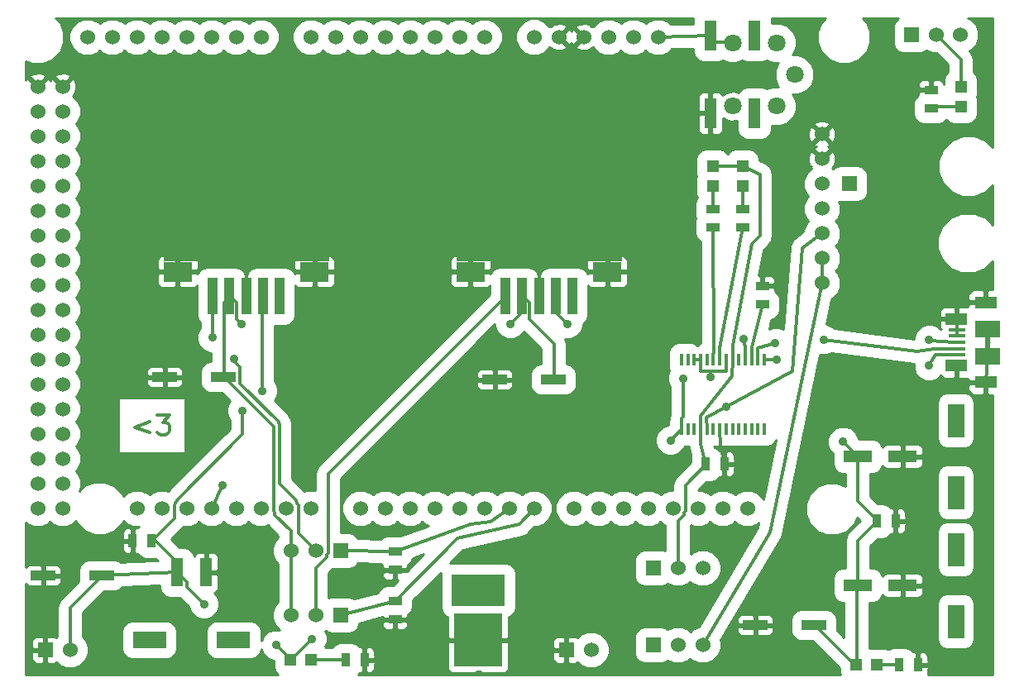
<source format=gtl>
G04 (created by PCBNEW-RS274X (2011-nov-30)-testing) date Mon 13 Aug 2012 06:09:34 PM EDT*
%MOIN*%
G04 Gerber Fmt 3.4, Leading zero omitted, Abs format*
%FSLAX34Y34*%
G01*
G70*
G90*
G04 APERTURE LIST*
%ADD10C,0.006*%
%ADD11C,0.012*%
%ADD12R,0.06X0.06*%
%ADD13C,0.06*%
%ADD14R,0.1967X0.2165*%
%ADD15R,0.2165X0.1297*%
%ADD16R,0.115X0.05*%
%ADD17R,0.065X0.135*%
%ADD18R,0.0472X0.0472*%
%ADD19R,0.0669X0.0157*%
%ADD20R,0.0906X0.0512*%
%ADD21R,0.0867X0.0512*%
%ADD22R,0.0984X0.0709*%
%ADD23R,0.0512X0.122*%
%ADD24C,0.0709*%
%ADD25R,0.055X0.035*%
%ADD26R,0.05X0.1149*%
%ADD27R,0.135X0.065*%
%ADD28R,0.1349X0.065*%
%ADD29R,0.0394X0.1495*%
%ADD30R,0.0394X0.1496*%
%ADD31R,0.6692X0.7084*%
%ADD32R,0.1179X0.0787*%
%ADD33R,0.118X0.0787*%
%ADD34R,0.016X0.05*%
%ADD35R,0.035X0.055*%
%ADD36R,0.0984X0.0393*%
%ADD37C,0.035*%
%ADD38C,0.014*%
%ADD39C,0.01*%
G04 APERTURE END LIST*
G54D10*
G54D11*
X5525Y10707D02*
X4925Y10482D01*
X5525Y10257D01*
X5824Y10969D02*
X6312Y10969D01*
X6049Y10669D01*
X6162Y10669D01*
X6237Y10632D01*
X6274Y10594D01*
X6312Y10519D01*
X6312Y10332D01*
X6274Y10257D01*
X6237Y10219D01*
X6162Y10182D01*
X5937Y10182D01*
X5862Y10219D01*
X5824Y10257D01*
G54D12*
X13200Y2900D03*
G54D13*
X12200Y2900D03*
X11200Y2900D03*
G54D12*
X13200Y5500D03*
G54D13*
X12200Y5500D03*
X11200Y5500D03*
G54D14*
X18757Y1900D03*
G54D15*
X18757Y3898D03*
G54D16*
X35850Y9300D03*
X34050Y9300D03*
G54D17*
X38000Y10750D03*
X38000Y7850D03*
G54D16*
X35850Y4100D03*
X34050Y4100D03*
G54D17*
X38000Y5550D03*
X38000Y2650D03*
G54D18*
X33987Y900D03*
X34813Y900D03*
X11187Y1100D03*
X12013Y1100D03*
G54D19*
X38058Y13900D03*
X38058Y13644D03*
X38058Y14412D03*
G54D20*
X39200Y12286D03*
G54D21*
X38019Y12955D03*
G54D20*
X39200Y15514D03*
G54D21*
X38019Y14845D03*
G54D19*
X38058Y14156D03*
G54D22*
X39279Y13349D03*
X39279Y14451D03*
G54D19*
X38058Y13388D03*
G54D18*
X29400Y21013D03*
X29400Y20187D03*
X28200Y21013D03*
X28200Y20187D03*
G54D23*
X28114Y26265D03*
X28114Y23135D03*
X29886Y23135D03*
X29886Y26265D03*
G54D24*
X29000Y23420D03*
X29000Y25980D03*
X30772Y23420D03*
X30772Y25980D03*
X31500Y24700D03*
G54D12*
X36216Y26300D03*
G54D13*
X37200Y26300D03*
X38184Y26300D03*
G54D25*
X15400Y5475D03*
X15400Y4725D03*
X15400Y3475D03*
X15400Y2725D03*
G54D26*
X7789Y4627D03*
X6611Y4627D03*
G54D27*
X5508Y1900D03*
G54D28*
X8892Y1900D03*
G54D29*
X19861Y15763D03*
X20531Y15763D03*
G54D30*
X21200Y15763D03*
G54D29*
X21869Y15763D03*
X22539Y15763D03*
G54D31*
X21200Y20685D03*
G54D32*
X18445Y16748D03*
G54D33*
X23956Y16747D03*
G54D13*
X32607Y16291D03*
X32608Y17292D03*
X32608Y18292D03*
X32608Y19292D03*
X32608Y20292D03*
X32608Y21292D03*
X32608Y22292D03*
X12000Y7209D03*
X11000Y7209D03*
X10000Y7209D03*
X9000Y7209D03*
X8000Y7209D03*
X7000Y7209D03*
X6000Y7209D03*
X5000Y7209D03*
X3000Y26209D03*
X4000Y26209D03*
X5000Y26209D03*
X6000Y26209D03*
X10000Y26209D03*
X12000Y26209D03*
X13000Y26209D03*
X9000Y26209D03*
X8000Y26209D03*
X7000Y26209D03*
X14000Y26209D03*
X15000Y26209D03*
X16000Y26209D03*
X19000Y26209D03*
X18000Y26209D03*
X17000Y26209D03*
X21000Y26210D03*
X22000Y26209D03*
X23000Y26209D03*
X25000Y26209D03*
X26000Y26209D03*
X14000Y7209D03*
X15000Y7209D03*
X16000Y7209D03*
X17000Y7209D03*
X18000Y7209D03*
X19000Y7209D03*
X20000Y7209D03*
X21000Y7209D03*
X22600Y7209D03*
X23600Y7209D03*
X24600Y7209D03*
X25600Y7209D03*
X26600Y7209D03*
X27600Y7209D03*
X28600Y7209D03*
X29600Y7209D03*
X24000Y26209D03*
X2000Y8209D03*
X1000Y8209D03*
X2000Y9209D03*
X1000Y9209D03*
X2000Y10209D03*
X1000Y10209D03*
X2000Y11209D03*
X1000Y11209D03*
X2000Y7209D03*
X1000Y7209D03*
X1000Y12209D03*
X2000Y12209D03*
X2000Y13209D03*
X1000Y13209D03*
X2000Y14209D03*
X1000Y14209D03*
X2000Y15209D03*
X1000Y15209D03*
X2000Y16209D03*
X1000Y16209D03*
X2000Y17209D03*
X1000Y17209D03*
X2000Y18209D03*
X1000Y18209D03*
X2000Y19209D03*
X1000Y19209D03*
X2000Y20209D03*
X1000Y20209D03*
X2000Y21209D03*
X1000Y21209D03*
X2000Y22209D03*
X1000Y22209D03*
X2000Y23209D03*
X1000Y23209D03*
X2000Y24209D03*
X1000Y24209D03*
G54D12*
X22300Y1500D03*
G54D13*
X23300Y1500D03*
G54D34*
X26950Y10400D03*
X27200Y10400D03*
X27460Y10400D03*
X27720Y10400D03*
X27970Y10400D03*
X28230Y10400D03*
X28490Y10400D03*
X28740Y10400D03*
X29000Y10400D03*
X29250Y10400D03*
X29510Y10400D03*
X29770Y10400D03*
X30020Y10400D03*
X30280Y10400D03*
X30280Y13200D03*
X30020Y13200D03*
X29780Y13200D03*
X29510Y13200D03*
X29250Y13200D03*
X29000Y13200D03*
X28740Y13200D03*
X28490Y13200D03*
X28230Y13200D03*
X27970Y13200D03*
X27720Y13200D03*
X27460Y13200D03*
X27200Y13200D03*
X26950Y13200D03*
G54D12*
X1300Y1500D03*
G54D13*
X2300Y1500D03*
G54D12*
X25800Y4800D03*
G54D13*
X26800Y4800D03*
X27800Y4800D03*
G54D12*
X25800Y1700D03*
G54D13*
X26800Y1700D03*
X27800Y1700D03*
G54D35*
X5575Y5900D03*
X4825Y5900D03*
G54D25*
X30200Y15425D03*
X30200Y16175D03*
G54D35*
X27925Y9000D03*
X28675Y9000D03*
X34825Y6700D03*
X35575Y6700D03*
G54D29*
X8061Y15763D03*
X8731Y15763D03*
G54D30*
X9400Y15763D03*
G54D29*
X10069Y15763D03*
X10739Y15763D03*
G54D31*
X9400Y20685D03*
G54D32*
X6645Y16748D03*
G54D33*
X12156Y16747D03*
G54D36*
X32279Y2500D03*
X29920Y2500D03*
X8479Y12500D03*
X6120Y12500D03*
X21779Y12400D03*
X19420Y12400D03*
X3579Y4500D03*
X1220Y4500D03*
G54D12*
X33700Y20300D03*
G54D25*
X28200Y19275D03*
X28200Y18525D03*
X29400Y19275D03*
X29400Y18525D03*
G54D35*
X35725Y900D03*
X36475Y900D03*
G54D25*
X37000Y23325D03*
X37000Y24075D03*
G54D35*
X13425Y1100D03*
X14175Y1100D03*
G54D18*
X38200Y24213D03*
X38200Y23387D03*
G54D37*
X33450Y9900D03*
X22350Y14650D03*
X12050Y1950D03*
X9250Y11150D03*
X10050Y11950D03*
X7700Y3350D03*
X10600Y1700D03*
X36920Y12965D03*
X36923Y14015D03*
X30787Y13193D03*
X32680Y14009D03*
X30727Y13883D03*
X8900Y13250D03*
X8050Y14100D03*
X28755Y11294D03*
X8462Y8132D03*
X27000Y12450D03*
X26500Y9950D03*
X9200Y14650D03*
X20050Y14650D03*
X14610Y4570D03*
X29439Y14030D03*
X28114Y12504D03*
X29940Y8860D03*
X26510Y8860D03*
G54D11*
X34050Y9300D02*
X33450Y9900D01*
X22350Y14650D02*
X21850Y15150D01*
X21850Y15150D02*
X21850Y15750D01*
X21850Y15750D02*
X21869Y15763D01*
X33987Y900D02*
X33900Y900D01*
X33900Y900D02*
X32300Y2500D01*
X32300Y2500D02*
X32279Y2500D01*
X34825Y6700D02*
X34850Y6700D01*
X34850Y6700D02*
X34050Y5900D01*
X34050Y5900D02*
X34050Y4100D01*
X34825Y6700D02*
X34850Y6700D01*
X34850Y6700D02*
X34050Y7500D01*
X34050Y7500D02*
X34050Y9300D01*
X34050Y4100D02*
X34000Y4050D01*
X34000Y4050D02*
X34000Y900D01*
X34000Y900D02*
X33987Y900D01*
X3579Y4500D02*
X6611Y4627D01*
X11187Y1100D02*
X11200Y1100D01*
X11200Y1100D02*
X12050Y1950D01*
X5575Y5900D02*
X5600Y5900D01*
X5600Y5900D02*
X6500Y6800D01*
X6500Y6800D02*
X6500Y7350D01*
X6500Y7350D02*
X6550Y7400D01*
X6550Y7400D02*
X6550Y7450D01*
X6550Y7450D02*
X6600Y7500D01*
X6600Y7500D02*
X6600Y7550D01*
X6600Y7550D02*
X9250Y10200D01*
X9250Y10200D02*
X9250Y11150D01*
X10050Y11950D02*
X10050Y15750D01*
X10050Y15750D02*
X10069Y15763D01*
X6611Y4627D02*
X6600Y4650D01*
X6600Y4650D02*
X7000Y4250D01*
X7000Y4250D02*
X7000Y4050D01*
X7000Y4050D02*
X7700Y3350D01*
X10600Y1700D02*
X11200Y1100D01*
X11200Y1100D02*
X11187Y1100D01*
X3579Y4500D02*
X3600Y4500D01*
X3600Y4500D02*
X2300Y3200D01*
X2300Y3200D02*
X2300Y1500D01*
X5575Y5900D02*
X5750Y5900D01*
X5750Y5900D02*
X6600Y5050D01*
X6600Y5050D02*
X6600Y4650D01*
X6600Y4650D02*
X6611Y4627D01*
X6611Y4627D02*
X6600Y4650D01*
X3600Y4500D02*
X3579Y4500D01*
X29000Y13200D02*
X29010Y13770D01*
X30110Y20680D02*
X29400Y21013D01*
X30110Y18185D02*
X30110Y20680D01*
X29780Y17870D02*
X30110Y18185D01*
X29010Y13770D02*
X29780Y17870D01*
X27720Y10400D02*
X27717Y10922D01*
X28970Y12539D02*
X29000Y13200D01*
X27717Y10922D02*
X28970Y12539D01*
X27720Y10400D02*
X27724Y9788D01*
X27724Y9788D02*
X27925Y9000D01*
X29400Y21000D02*
X29400Y21013D01*
X27925Y9000D02*
X27950Y9000D01*
X27950Y9000D02*
X27100Y8150D01*
X27100Y8150D02*
X27100Y7100D01*
X27100Y7100D02*
X27050Y7050D01*
X27050Y7050D02*
X27050Y6950D01*
X27050Y6950D02*
X26800Y6700D01*
X26800Y6700D02*
X26800Y4800D01*
X29400Y21013D02*
X29400Y21000D01*
X29400Y21000D02*
X28200Y21000D01*
X28200Y21000D02*
X28200Y21013D01*
X37188Y13386D02*
X38058Y13388D01*
X36920Y12965D02*
X37188Y13386D01*
X30280Y13200D02*
X30787Y13193D01*
X37325Y13919D02*
X38058Y13900D01*
X36923Y14015D02*
X37325Y13919D01*
X30020Y13200D02*
X30027Y13652D01*
X37104Y13631D02*
X38058Y13644D01*
X36455Y13520D02*
X37104Y13631D01*
X32680Y14009D02*
X36455Y13520D01*
X30027Y13652D02*
X30727Y13883D01*
X15400Y5475D02*
X18440Y6575D01*
X19265Y6665D02*
X20000Y7209D01*
X18440Y6575D02*
X19265Y6665D01*
X13200Y5500D02*
X15400Y5475D01*
X15400Y5450D02*
X15400Y5475D01*
X15400Y5475D02*
X15400Y5450D01*
X13200Y2900D02*
X15400Y3475D01*
X15400Y3475D02*
X17900Y6005D01*
X17900Y6005D02*
X20420Y6560D01*
X20420Y6560D02*
X21000Y7209D01*
X19861Y15763D02*
X19850Y15750D01*
X19850Y15750D02*
X12700Y8600D01*
X12700Y8600D02*
X12700Y5400D01*
X12700Y5400D02*
X12650Y5350D01*
X12650Y5350D02*
X12650Y5250D01*
X12650Y5250D02*
X12200Y4800D01*
X12200Y4800D02*
X12200Y2900D01*
X12200Y5500D02*
X11500Y6200D01*
X11500Y6200D02*
X11500Y7350D01*
X11500Y7350D02*
X11450Y7400D01*
X11450Y7400D02*
X11450Y7450D01*
X11450Y7450D02*
X11400Y7500D01*
X11400Y7500D02*
X11400Y7550D01*
X11400Y7550D02*
X10750Y8200D01*
X10750Y8200D02*
X10750Y10600D01*
X10750Y10600D02*
X10700Y10650D01*
X10700Y10650D02*
X10700Y10700D01*
X10700Y10700D02*
X9150Y12250D01*
X9150Y12250D02*
X9150Y12900D01*
X9150Y12900D02*
X8900Y13150D01*
X8900Y13150D02*
X8900Y13250D01*
X8050Y14100D02*
X8050Y15750D01*
X8050Y15750D02*
X8061Y15763D01*
X8000Y7209D02*
X8462Y8132D01*
X27970Y10400D02*
X27966Y10864D01*
X31820Y17705D02*
X32608Y18292D01*
X31413Y12742D02*
X31820Y17705D01*
X27966Y10864D02*
X28755Y11294D01*
X28755Y11294D02*
X31413Y12742D01*
X28490Y13200D02*
X28496Y13652D01*
X28496Y13652D02*
X29400Y18525D01*
X26950Y10400D02*
X26950Y10850D01*
X26950Y10850D02*
X27000Y10900D01*
X27000Y10900D02*
X27000Y12450D01*
X26950Y10400D02*
X26500Y9950D01*
X28230Y13200D02*
X28235Y13715D01*
X28235Y13715D02*
X28200Y18525D01*
G54D38*
X27800Y1700D02*
X30506Y6240D01*
X30506Y6240D02*
X32607Y16291D01*
G54D11*
X32607Y16291D02*
X32600Y16300D01*
X32607Y16291D02*
X32600Y16300D01*
X32600Y16300D02*
X32600Y17300D01*
X32600Y17300D02*
X32608Y17292D01*
X8479Y12500D02*
X8500Y12500D01*
X8500Y12500D02*
X10500Y10500D01*
X10500Y10500D02*
X10500Y7100D01*
X10500Y7100D02*
X10550Y7050D01*
X10550Y7050D02*
X10550Y6950D01*
X10550Y6950D02*
X11200Y6300D01*
X11200Y6300D02*
X11200Y5500D01*
X8731Y15763D02*
X8750Y15750D01*
X8750Y15750D02*
X9000Y15500D01*
X9000Y15500D02*
X9000Y14850D01*
X9000Y14850D02*
X9200Y14650D01*
X20050Y14650D02*
X20550Y15150D01*
X20550Y15150D02*
X20550Y15750D01*
X20550Y15750D02*
X20531Y15763D01*
X20531Y15763D02*
X20550Y15750D01*
X20550Y15750D02*
X20800Y15500D01*
X20800Y15500D02*
X20800Y14850D01*
X20800Y14850D02*
X21800Y13850D01*
X21800Y13850D02*
X21800Y12400D01*
X21800Y12400D02*
X21779Y12400D01*
X8731Y15763D02*
X8750Y15750D01*
X8750Y15750D02*
X8500Y15500D01*
X8500Y15500D02*
X8500Y12500D01*
X8500Y12500D02*
X8479Y12500D01*
X11200Y5500D02*
X11200Y2900D01*
X37200Y26300D02*
X38200Y25300D01*
X38200Y25300D02*
X38200Y24213D01*
X39200Y12286D02*
X39279Y13349D01*
X38058Y14412D02*
X38019Y14845D01*
X38058Y14156D02*
X38058Y14412D01*
X15400Y4725D02*
X14610Y4570D01*
X29516Y13687D02*
X29439Y14030D01*
X29510Y13200D02*
X29516Y13687D01*
X28114Y12504D02*
X28118Y12736D01*
X28490Y10400D02*
X28508Y9760D01*
X28508Y9760D02*
X28675Y9000D01*
X28740Y13200D02*
X28744Y12734D01*
X27718Y12738D02*
X27720Y13200D01*
X28744Y12734D02*
X28118Y12736D01*
X28118Y12736D02*
X27718Y12738D01*
X27720Y13200D02*
X27460Y13200D01*
X18757Y1900D02*
X17030Y1830D01*
X21200Y15763D02*
X21211Y16896D01*
X9400Y15763D02*
X9410Y17060D01*
X29780Y13200D02*
X29775Y13687D01*
X29775Y13687D02*
X30200Y15425D01*
X28200Y19275D02*
X28200Y20187D01*
X38200Y23387D02*
X38200Y23400D01*
X38200Y23400D02*
X37100Y23400D01*
X37100Y23400D02*
X37000Y23300D01*
X37000Y23300D02*
X37000Y23325D01*
X29400Y19275D02*
X29400Y20187D01*
X35725Y900D02*
X34813Y900D01*
X12013Y1100D02*
X13425Y1100D01*
X28114Y26265D02*
X26000Y26209D01*
X28114Y26265D02*
X28100Y26250D01*
X29000Y25980D02*
X29000Y26000D01*
X29000Y26000D02*
X28350Y26000D01*
X28350Y26000D02*
X28100Y26250D01*
X28100Y26250D02*
X28114Y26265D01*
G54D10*
G36*
X10740Y2310D02*
X10723Y2317D01*
X10478Y2317D01*
X10251Y2223D01*
X10077Y2050D01*
X10007Y1881D01*
X10007Y2312D01*
X9940Y2474D01*
X9816Y2598D01*
X9654Y2666D01*
X9479Y2666D01*
X8131Y2666D01*
X7969Y2599D01*
X7845Y2475D01*
X7777Y2313D01*
X7777Y2138D01*
X7777Y1488D01*
X7844Y1326D01*
X7968Y1202D01*
X8130Y1134D01*
X8305Y1134D01*
X9653Y1134D01*
X9815Y1201D01*
X9939Y1325D01*
X10007Y1487D01*
X10007Y1521D01*
X10077Y1351D01*
X10250Y1177D01*
X10477Y1083D01*
X10507Y1083D01*
X10510Y1080D01*
X10510Y777D01*
X10577Y615D01*
X10676Y516D01*
X6624Y516D01*
X6624Y1487D01*
X6624Y1662D01*
X6624Y2312D01*
X6557Y2474D01*
X6433Y2598D01*
X6271Y2666D01*
X6096Y2666D01*
X4746Y2666D01*
X4584Y2599D01*
X4460Y2475D01*
X4392Y2313D01*
X4392Y2138D01*
X4392Y1488D01*
X4459Y1326D01*
X4583Y1202D01*
X4745Y1134D01*
X4920Y1134D01*
X6270Y1134D01*
X6432Y1201D01*
X6556Y1325D01*
X6624Y1487D01*
X6624Y516D01*
X1250Y516D01*
X1250Y1012D01*
X1250Y1450D01*
X1250Y1550D01*
X1250Y1988D01*
X1188Y2050D01*
X951Y2049D01*
X859Y2011D01*
X789Y1941D01*
X751Y1850D01*
X751Y1751D01*
X750Y1612D01*
X812Y1550D01*
X1250Y1550D01*
X1250Y1450D01*
X812Y1450D01*
X750Y1388D01*
X751Y1249D01*
X751Y1150D01*
X789Y1059D01*
X859Y989D01*
X951Y951D01*
X1188Y950D01*
X1250Y1012D01*
X1250Y516D01*
X516Y516D01*
X516Y4166D01*
X517Y4163D01*
X587Y4093D01*
X679Y4055D01*
X1108Y4054D01*
X1170Y4116D01*
X1170Y4400D01*
X1170Y4450D01*
X1170Y4550D01*
X1170Y4600D01*
X1170Y4884D01*
X1108Y4946D01*
X679Y4945D01*
X587Y4907D01*
X517Y4837D01*
X516Y4835D01*
X516Y6644D01*
X579Y6580D01*
X852Y6467D01*
X1147Y6467D01*
X1420Y6580D01*
X1499Y6660D01*
X1579Y6580D01*
X1852Y6467D01*
X2147Y6467D01*
X2420Y6580D01*
X2554Y6714D01*
X2596Y6612D01*
X2895Y6312D01*
X3287Y6149D01*
X3711Y6149D01*
X4103Y6311D01*
X4403Y6610D01*
X4446Y6714D01*
X4579Y6580D01*
X4852Y6467D01*
X5069Y6467D01*
X5027Y6425D01*
X5026Y6425D01*
X4937Y6425D01*
X4875Y6363D01*
X4875Y6000D01*
X4875Y5950D01*
X4875Y5850D01*
X4875Y5800D01*
X4875Y5437D01*
X4937Y5375D01*
X5026Y5376D01*
X5150Y5252D01*
X5312Y5184D01*
X5487Y5184D01*
X5756Y5184D01*
X5842Y5098D01*
X4775Y5054D01*
X4775Y5437D01*
X4775Y5850D01*
X4775Y5950D01*
X4775Y6363D01*
X4713Y6425D01*
X4601Y6424D01*
X4509Y6386D01*
X4439Y6316D01*
X4401Y6225D01*
X4401Y6126D01*
X4400Y6012D01*
X4462Y5950D01*
X4775Y5950D01*
X4775Y5850D01*
X4462Y5850D01*
X4400Y5788D01*
X4401Y5674D01*
X4401Y5575D01*
X4439Y5484D01*
X4509Y5414D01*
X4601Y5376D01*
X4713Y5375D01*
X4775Y5437D01*
X4775Y5054D01*
X4354Y5036D01*
X4321Y5069D01*
X4159Y5137D01*
X3984Y5137D01*
X3000Y5137D01*
X2838Y5070D01*
X2714Y4946D01*
X2646Y4784D01*
X2646Y4609D01*
X2646Y4256D01*
X1962Y3572D01*
X1962Y4388D01*
X1962Y4612D01*
X1961Y4647D01*
X1961Y4746D01*
X1923Y4837D01*
X1853Y4907D01*
X1761Y4945D01*
X1332Y4946D01*
X1270Y4884D01*
X1270Y4550D01*
X1900Y4550D01*
X1962Y4612D01*
X1962Y4388D01*
X1900Y4450D01*
X1270Y4450D01*
X1270Y4116D01*
X1332Y4054D01*
X1761Y4055D01*
X1853Y4093D01*
X1923Y4163D01*
X1961Y4254D01*
X1961Y4353D01*
X1962Y4388D01*
X1962Y3572D01*
X1945Y3555D01*
X1836Y3392D01*
X1798Y3200D01*
X1798Y2048D01*
X1751Y2001D01*
X1741Y2011D01*
X1649Y2049D01*
X1412Y2050D01*
X1350Y1988D01*
X1350Y1600D01*
X1350Y1550D01*
X1350Y1450D01*
X1350Y1400D01*
X1350Y1012D01*
X1412Y950D01*
X1649Y951D01*
X1741Y989D01*
X1751Y1000D01*
X1879Y871D01*
X2152Y758D01*
X2447Y758D01*
X2720Y871D01*
X2929Y1079D01*
X3042Y1352D01*
X3042Y1647D01*
X2929Y1920D01*
X2802Y2048D01*
X2802Y2992D01*
X3673Y3863D01*
X4158Y3863D01*
X4320Y3930D01*
X4422Y4033D01*
X5920Y4096D01*
X5920Y3966D01*
X5987Y3804D01*
X6111Y3680D01*
X6273Y3612D01*
X6448Y3612D01*
X6728Y3612D01*
X7083Y3257D01*
X7083Y3228D01*
X7177Y3001D01*
X7350Y2827D01*
X7577Y2733D01*
X7822Y2733D01*
X8049Y2827D01*
X8223Y3000D01*
X8317Y3227D01*
X8317Y3472D01*
X8223Y3699D01*
X8109Y3813D01*
X8180Y3842D01*
X8250Y3912D01*
X8288Y4003D01*
X8288Y4102D01*
X8289Y4515D01*
X8289Y4739D01*
X8288Y5152D01*
X8288Y5251D01*
X8250Y5342D01*
X8180Y5412D01*
X8088Y5450D01*
X7901Y5451D01*
X7839Y5389D01*
X7839Y4677D01*
X8227Y4677D01*
X8289Y4739D01*
X8289Y4515D01*
X8227Y4577D01*
X7889Y4577D01*
X7839Y4577D01*
X7739Y4577D01*
X7739Y4677D01*
X7739Y4727D01*
X7739Y5389D01*
X7677Y5451D01*
X7490Y5450D01*
X7398Y5412D01*
X7328Y5342D01*
X7302Y5280D01*
X7302Y5288D01*
X7235Y5450D01*
X7111Y5574D01*
X6949Y5642D01*
X6774Y5642D01*
X6718Y5642D01*
X6385Y5975D01*
X6854Y6444D01*
X6854Y6445D01*
X6855Y6445D01*
X6869Y6467D01*
X7147Y6467D01*
X7420Y6580D01*
X7499Y6660D01*
X7579Y6580D01*
X7852Y6467D01*
X8147Y6467D01*
X8420Y6580D01*
X8499Y6660D01*
X8579Y6580D01*
X8852Y6467D01*
X9147Y6467D01*
X9420Y6580D01*
X9499Y6660D01*
X9579Y6580D01*
X9852Y6467D01*
X10147Y6467D01*
X10271Y6519D01*
X10698Y6092D01*
X10698Y6048D01*
X10571Y5921D01*
X10458Y5648D01*
X10458Y5353D01*
X10571Y5080D01*
X10698Y4953D01*
X10698Y3448D01*
X10571Y3321D01*
X10458Y3048D01*
X10458Y2753D01*
X10571Y2480D01*
X10740Y2310D01*
X10740Y2310D01*
G37*
G54D39*
X10740Y2310D02*
X10723Y2317D01*
X10478Y2317D01*
X10251Y2223D01*
X10077Y2050D01*
X10007Y1881D01*
X10007Y2312D01*
X9940Y2474D01*
X9816Y2598D01*
X9654Y2666D01*
X9479Y2666D01*
X8131Y2666D01*
X7969Y2599D01*
X7845Y2475D01*
X7777Y2313D01*
X7777Y2138D01*
X7777Y1488D01*
X7844Y1326D01*
X7968Y1202D01*
X8130Y1134D01*
X8305Y1134D01*
X9653Y1134D01*
X9815Y1201D01*
X9939Y1325D01*
X10007Y1487D01*
X10007Y1521D01*
X10077Y1351D01*
X10250Y1177D01*
X10477Y1083D01*
X10507Y1083D01*
X10510Y1080D01*
X10510Y777D01*
X10577Y615D01*
X10676Y516D01*
X6624Y516D01*
X6624Y1487D01*
X6624Y1662D01*
X6624Y2312D01*
X6557Y2474D01*
X6433Y2598D01*
X6271Y2666D01*
X6096Y2666D01*
X4746Y2666D01*
X4584Y2599D01*
X4460Y2475D01*
X4392Y2313D01*
X4392Y2138D01*
X4392Y1488D01*
X4459Y1326D01*
X4583Y1202D01*
X4745Y1134D01*
X4920Y1134D01*
X6270Y1134D01*
X6432Y1201D01*
X6556Y1325D01*
X6624Y1487D01*
X6624Y516D01*
X1250Y516D01*
X1250Y1012D01*
X1250Y1450D01*
X1250Y1550D01*
X1250Y1988D01*
X1188Y2050D01*
X951Y2049D01*
X859Y2011D01*
X789Y1941D01*
X751Y1850D01*
X751Y1751D01*
X750Y1612D01*
X812Y1550D01*
X1250Y1550D01*
X1250Y1450D01*
X812Y1450D01*
X750Y1388D01*
X751Y1249D01*
X751Y1150D01*
X789Y1059D01*
X859Y989D01*
X951Y951D01*
X1188Y950D01*
X1250Y1012D01*
X1250Y516D01*
X516Y516D01*
X516Y4166D01*
X517Y4163D01*
X587Y4093D01*
X679Y4055D01*
X1108Y4054D01*
X1170Y4116D01*
X1170Y4400D01*
X1170Y4450D01*
X1170Y4550D01*
X1170Y4600D01*
X1170Y4884D01*
X1108Y4946D01*
X679Y4945D01*
X587Y4907D01*
X517Y4837D01*
X516Y4835D01*
X516Y6644D01*
X579Y6580D01*
X852Y6467D01*
X1147Y6467D01*
X1420Y6580D01*
X1499Y6660D01*
X1579Y6580D01*
X1852Y6467D01*
X2147Y6467D01*
X2420Y6580D01*
X2554Y6714D01*
X2596Y6612D01*
X2895Y6312D01*
X3287Y6149D01*
X3711Y6149D01*
X4103Y6311D01*
X4403Y6610D01*
X4446Y6714D01*
X4579Y6580D01*
X4852Y6467D01*
X5069Y6467D01*
X5027Y6425D01*
X5026Y6425D01*
X4937Y6425D01*
X4875Y6363D01*
X4875Y6000D01*
X4875Y5950D01*
X4875Y5850D01*
X4875Y5800D01*
X4875Y5437D01*
X4937Y5375D01*
X5026Y5376D01*
X5150Y5252D01*
X5312Y5184D01*
X5487Y5184D01*
X5756Y5184D01*
X5842Y5098D01*
X4775Y5054D01*
X4775Y5437D01*
X4775Y5850D01*
X4775Y5950D01*
X4775Y6363D01*
X4713Y6425D01*
X4601Y6424D01*
X4509Y6386D01*
X4439Y6316D01*
X4401Y6225D01*
X4401Y6126D01*
X4400Y6012D01*
X4462Y5950D01*
X4775Y5950D01*
X4775Y5850D01*
X4462Y5850D01*
X4400Y5788D01*
X4401Y5674D01*
X4401Y5575D01*
X4439Y5484D01*
X4509Y5414D01*
X4601Y5376D01*
X4713Y5375D01*
X4775Y5437D01*
X4775Y5054D01*
X4354Y5036D01*
X4321Y5069D01*
X4159Y5137D01*
X3984Y5137D01*
X3000Y5137D01*
X2838Y5070D01*
X2714Y4946D01*
X2646Y4784D01*
X2646Y4609D01*
X2646Y4256D01*
X1962Y3572D01*
X1962Y4388D01*
X1962Y4612D01*
X1961Y4647D01*
X1961Y4746D01*
X1923Y4837D01*
X1853Y4907D01*
X1761Y4945D01*
X1332Y4946D01*
X1270Y4884D01*
X1270Y4550D01*
X1900Y4550D01*
X1962Y4612D01*
X1962Y4388D01*
X1900Y4450D01*
X1270Y4450D01*
X1270Y4116D01*
X1332Y4054D01*
X1761Y4055D01*
X1853Y4093D01*
X1923Y4163D01*
X1961Y4254D01*
X1961Y4353D01*
X1962Y4388D01*
X1962Y3572D01*
X1945Y3555D01*
X1836Y3392D01*
X1798Y3200D01*
X1798Y2048D01*
X1751Y2001D01*
X1741Y2011D01*
X1649Y2049D01*
X1412Y2050D01*
X1350Y1988D01*
X1350Y1600D01*
X1350Y1550D01*
X1350Y1450D01*
X1350Y1400D01*
X1350Y1012D01*
X1412Y950D01*
X1649Y951D01*
X1741Y989D01*
X1751Y1000D01*
X1879Y871D01*
X2152Y758D01*
X2447Y758D01*
X2720Y871D01*
X2929Y1079D01*
X3042Y1352D01*
X3042Y1647D01*
X2929Y1920D01*
X2802Y2048D01*
X2802Y2992D01*
X3673Y3863D01*
X4158Y3863D01*
X4320Y3930D01*
X4422Y4033D01*
X5920Y4096D01*
X5920Y3966D01*
X5987Y3804D01*
X6111Y3680D01*
X6273Y3612D01*
X6448Y3612D01*
X6728Y3612D01*
X7083Y3257D01*
X7083Y3228D01*
X7177Y3001D01*
X7350Y2827D01*
X7577Y2733D01*
X7822Y2733D01*
X8049Y2827D01*
X8223Y3000D01*
X8317Y3227D01*
X8317Y3472D01*
X8223Y3699D01*
X8109Y3813D01*
X8180Y3842D01*
X8250Y3912D01*
X8288Y4003D01*
X8288Y4102D01*
X8289Y4515D01*
X8289Y4739D01*
X8288Y5152D01*
X8288Y5251D01*
X8250Y5342D01*
X8180Y5412D01*
X8088Y5450D01*
X7901Y5451D01*
X7839Y5389D01*
X7839Y4677D01*
X8227Y4677D01*
X8289Y4739D01*
X8289Y4515D01*
X8227Y4577D01*
X7889Y4577D01*
X7839Y4577D01*
X7739Y4577D01*
X7739Y4677D01*
X7739Y4727D01*
X7739Y5389D01*
X7677Y5451D01*
X7490Y5450D01*
X7398Y5412D01*
X7328Y5342D01*
X7302Y5280D01*
X7302Y5288D01*
X7235Y5450D01*
X7111Y5574D01*
X6949Y5642D01*
X6774Y5642D01*
X6718Y5642D01*
X6385Y5975D01*
X6854Y6444D01*
X6854Y6445D01*
X6855Y6445D01*
X6869Y6467D01*
X7147Y6467D01*
X7420Y6580D01*
X7499Y6660D01*
X7579Y6580D01*
X7852Y6467D01*
X8147Y6467D01*
X8420Y6580D01*
X8499Y6660D01*
X8579Y6580D01*
X8852Y6467D01*
X9147Y6467D01*
X9420Y6580D01*
X9499Y6660D01*
X9579Y6580D01*
X9852Y6467D01*
X10147Y6467D01*
X10271Y6519D01*
X10698Y6092D01*
X10698Y6048D01*
X10571Y5921D01*
X10458Y5648D01*
X10458Y5353D01*
X10571Y5080D01*
X10698Y4953D01*
X10698Y3448D01*
X10571Y3321D01*
X10458Y3048D01*
X10458Y2753D01*
X10571Y2480D01*
X10740Y2310D01*
G54D10*
G36*
X16559Y5361D02*
X15872Y4666D01*
X15863Y4675D01*
X15450Y4675D01*
X15450Y4362D01*
X15510Y4302D01*
X15350Y4139D01*
X15350Y4362D01*
X15350Y4675D01*
X14937Y4675D01*
X14875Y4613D01*
X14876Y4501D01*
X14914Y4409D01*
X14984Y4339D01*
X15075Y4301D01*
X15174Y4301D01*
X15288Y4300D01*
X15350Y4362D01*
X15350Y4139D01*
X15303Y4091D01*
X15038Y4091D01*
X14876Y4024D01*
X14752Y3900D01*
X14715Y3814D01*
X13758Y3565D01*
X13750Y3573D01*
X13588Y3641D01*
X13413Y3641D01*
X12813Y3641D01*
X12702Y3596D01*
X12702Y4592D01*
X12869Y4759D01*
X12987Y4759D01*
X13587Y4759D01*
X13749Y4826D01*
X13873Y4950D01*
X13889Y4990D01*
X14824Y4978D01*
X14875Y4927D01*
X14875Y4837D01*
X14937Y4775D01*
X15300Y4775D01*
X15350Y4775D01*
X15450Y4775D01*
X15500Y4775D01*
X15863Y4775D01*
X15925Y4837D01*
X15924Y4926D01*
X15924Y4927D01*
X16048Y5050D01*
X16110Y5199D01*
X16559Y5361D01*
X16559Y5361D01*
G37*
G54D39*
X16559Y5361D02*
X15872Y4666D01*
X15863Y4675D01*
X15450Y4675D01*
X15450Y4362D01*
X15510Y4302D01*
X15350Y4139D01*
X15350Y4362D01*
X15350Y4675D01*
X14937Y4675D01*
X14875Y4613D01*
X14876Y4501D01*
X14914Y4409D01*
X14984Y4339D01*
X15075Y4301D01*
X15174Y4301D01*
X15288Y4300D01*
X15350Y4362D01*
X15350Y4139D01*
X15303Y4091D01*
X15038Y4091D01*
X14876Y4024D01*
X14752Y3900D01*
X14715Y3814D01*
X13758Y3565D01*
X13750Y3573D01*
X13588Y3641D01*
X13413Y3641D01*
X12813Y3641D01*
X12702Y3596D01*
X12702Y4592D01*
X12869Y4759D01*
X12987Y4759D01*
X13587Y4759D01*
X13749Y4826D01*
X13873Y4950D01*
X13889Y4990D01*
X14824Y4978D01*
X14875Y4927D01*
X14875Y4837D01*
X14937Y4775D01*
X15300Y4775D01*
X15350Y4775D01*
X15450Y4775D01*
X15500Y4775D01*
X15863Y4775D01*
X15925Y4837D01*
X15924Y4926D01*
X15924Y4927D01*
X16048Y5050D01*
X16110Y5199D01*
X16559Y5361D01*
G54D10*
G36*
X29071Y23420D02*
X29000Y23349D01*
X28929Y23420D01*
X29000Y23491D01*
X29071Y23420D01*
X29071Y23420D01*
G37*
G54D39*
X29071Y23420D02*
X29000Y23349D01*
X28929Y23420D01*
X29000Y23491D01*
X29071Y23420D01*
G54D10*
G36*
X30762Y9971D02*
X30258Y7558D01*
X30229Y7629D01*
X30021Y7838D01*
X29748Y7951D01*
X29453Y7951D01*
X29180Y7838D01*
X29100Y7759D01*
X29100Y8888D01*
X29100Y9112D01*
X29099Y9226D01*
X29099Y9325D01*
X29061Y9416D01*
X28991Y9486D01*
X28899Y9524D01*
X28787Y9525D01*
X28725Y9463D01*
X28725Y9050D01*
X29038Y9050D01*
X29100Y9112D01*
X29100Y8888D01*
X29038Y8950D01*
X28725Y8950D01*
X28725Y8537D01*
X28787Y8475D01*
X28899Y8476D01*
X28991Y8514D01*
X29061Y8584D01*
X29099Y8675D01*
X29099Y8774D01*
X29100Y8888D01*
X29100Y7759D01*
X29021Y7838D01*
X28748Y7951D01*
X28453Y7951D01*
X28180Y7838D01*
X28100Y7759D01*
X28021Y7838D01*
X27748Y7951D01*
X27611Y7951D01*
X27944Y8284D01*
X28187Y8284D01*
X28349Y8351D01*
X28473Y8475D01*
X28473Y8476D01*
X28563Y8475D01*
X28625Y8537D01*
X28625Y8900D01*
X28625Y8950D01*
X28625Y9050D01*
X28625Y9100D01*
X28625Y9463D01*
X28563Y9525D01*
X28473Y9525D01*
X28350Y9648D01*
X28268Y9683D01*
X28261Y9709D01*
X28397Y9709D01*
X28485Y9746D01*
X28572Y9709D01*
X28747Y9709D01*
X28832Y9709D01*
X28907Y9709D01*
X29007Y9709D01*
X29082Y9709D01*
X29167Y9709D01*
X29257Y9709D01*
X29342Y9709D01*
X29417Y9709D01*
X29517Y9709D01*
X29602Y9709D01*
X29677Y9709D01*
X29777Y9709D01*
X29852Y9709D01*
X29937Y9709D01*
X30027Y9709D01*
X30112Y9709D01*
X30187Y9709D01*
X30287Y9709D01*
X30447Y9709D01*
X30609Y9776D01*
X30733Y9900D01*
X30762Y9971D01*
X30762Y9971D01*
G37*
G54D39*
X30762Y9971D02*
X30258Y7558D01*
X30229Y7629D01*
X30021Y7838D01*
X29748Y7951D01*
X29453Y7951D01*
X29180Y7838D01*
X29100Y7759D01*
X29100Y8888D01*
X29100Y9112D01*
X29099Y9226D01*
X29099Y9325D01*
X29061Y9416D01*
X28991Y9486D01*
X28899Y9524D01*
X28787Y9525D01*
X28725Y9463D01*
X28725Y9050D01*
X29038Y9050D01*
X29100Y9112D01*
X29100Y8888D01*
X29038Y8950D01*
X28725Y8950D01*
X28725Y8537D01*
X28787Y8475D01*
X28899Y8476D01*
X28991Y8514D01*
X29061Y8584D01*
X29099Y8675D01*
X29099Y8774D01*
X29100Y8888D01*
X29100Y7759D01*
X29021Y7838D01*
X28748Y7951D01*
X28453Y7951D01*
X28180Y7838D01*
X28100Y7759D01*
X28021Y7838D01*
X27748Y7951D01*
X27611Y7951D01*
X27944Y8284D01*
X28187Y8284D01*
X28349Y8351D01*
X28473Y8475D01*
X28473Y8476D01*
X28563Y8475D01*
X28625Y8537D01*
X28625Y8900D01*
X28625Y8950D01*
X28625Y9050D01*
X28625Y9100D01*
X28625Y9463D01*
X28563Y9525D01*
X28473Y9525D01*
X28350Y9648D01*
X28268Y9683D01*
X28261Y9709D01*
X28397Y9709D01*
X28485Y9746D01*
X28572Y9709D01*
X28747Y9709D01*
X28832Y9709D01*
X28907Y9709D01*
X29007Y9709D01*
X29082Y9709D01*
X29167Y9709D01*
X29257Y9709D01*
X29342Y9709D01*
X29417Y9709D01*
X29517Y9709D01*
X29602Y9709D01*
X29677Y9709D01*
X29777Y9709D01*
X29852Y9709D01*
X29937Y9709D01*
X30027Y9709D01*
X30112Y9709D01*
X30187Y9709D01*
X30287Y9709D01*
X30447Y9709D01*
X30609Y9776D01*
X30733Y9900D01*
X30762Y9971D01*
G54D10*
G36*
X39338Y13900D02*
X39329Y13891D01*
X39329Y13449D01*
X39329Y13399D01*
X39329Y13299D01*
X39229Y13299D01*
X39229Y13399D01*
X39229Y13449D01*
X39229Y13891D01*
X39220Y13900D01*
X39229Y13909D01*
X39229Y14351D01*
X39229Y14401D01*
X39229Y14501D01*
X39329Y14501D01*
X39329Y14401D01*
X39329Y14351D01*
X39329Y13909D01*
X39338Y13900D01*
X39338Y13900D01*
G37*
G54D39*
X39338Y13900D02*
X39329Y13891D01*
X39329Y13449D01*
X39329Y13399D01*
X39329Y13299D01*
X39229Y13299D01*
X39229Y13399D01*
X39229Y13449D01*
X39229Y13891D01*
X39220Y13900D01*
X39229Y13909D01*
X39229Y14351D01*
X39229Y14401D01*
X39229Y14501D01*
X39329Y14501D01*
X39329Y14401D01*
X39329Y14351D01*
X39329Y13909D01*
X39338Y13900D01*
G54D10*
G36*
X39484Y516D02*
X39229Y516D01*
X39150Y516D01*
X39150Y11842D01*
X39150Y12236D01*
X38559Y12236D01*
X38497Y12174D01*
X38498Y11981D01*
X38536Y11889D01*
X38606Y11819D01*
X38697Y11781D01*
X38796Y11781D01*
X39088Y11780D01*
X39150Y11842D01*
X39150Y516D01*
X38766Y516D01*
X38766Y1887D01*
X38766Y2062D01*
X38766Y3412D01*
X38766Y4787D01*
X38766Y4962D01*
X38766Y6312D01*
X38766Y7087D01*
X38766Y7262D01*
X38766Y8612D01*
X38766Y9987D01*
X38766Y10162D01*
X38766Y11512D01*
X38699Y11674D01*
X38575Y11798D01*
X38413Y11866D01*
X38238Y11866D01*
X37588Y11866D01*
X37426Y11799D01*
X37302Y11675D01*
X37234Y11513D01*
X37234Y11338D01*
X37234Y9988D01*
X37301Y9826D01*
X37425Y9702D01*
X37587Y9634D01*
X37762Y9634D01*
X38412Y9634D01*
X38574Y9701D01*
X38698Y9825D01*
X38766Y9987D01*
X38766Y8612D01*
X38699Y8774D01*
X38575Y8898D01*
X38413Y8966D01*
X38238Y8966D01*
X37588Y8966D01*
X37426Y8899D01*
X37302Y8775D01*
X37234Y8613D01*
X37234Y8438D01*
X37234Y7088D01*
X37301Y6926D01*
X37425Y6802D01*
X37587Y6734D01*
X37762Y6734D01*
X38412Y6734D01*
X38574Y6801D01*
X38698Y6925D01*
X38766Y7087D01*
X38766Y6312D01*
X38699Y6474D01*
X38575Y6598D01*
X38413Y6666D01*
X38238Y6666D01*
X37588Y6666D01*
X37426Y6599D01*
X37302Y6475D01*
X37234Y6313D01*
X37234Y6138D01*
X37234Y4788D01*
X37301Y4626D01*
X37425Y4502D01*
X37587Y4434D01*
X37762Y4434D01*
X38412Y4434D01*
X38574Y4501D01*
X38698Y4625D01*
X38766Y4787D01*
X38766Y3412D01*
X38699Y3574D01*
X38575Y3698D01*
X38413Y3766D01*
X38238Y3766D01*
X37588Y3766D01*
X37426Y3699D01*
X37302Y3575D01*
X37234Y3413D01*
X37234Y3238D01*
X37234Y1888D01*
X37301Y1726D01*
X37425Y1602D01*
X37587Y1534D01*
X37762Y1534D01*
X38412Y1534D01*
X38574Y1601D01*
X38698Y1725D01*
X38766Y1887D01*
X38766Y516D01*
X36874Y516D01*
X36899Y575D01*
X36899Y674D01*
X36900Y788D01*
X36900Y1012D01*
X36899Y1126D01*
X36899Y1225D01*
X36861Y1316D01*
X36791Y1386D01*
X36699Y1424D01*
X36675Y1425D01*
X36675Y3988D01*
X36675Y4212D01*
X36675Y9188D01*
X36675Y9412D01*
X36674Y9599D01*
X36636Y9691D01*
X36566Y9761D01*
X36475Y9799D01*
X36376Y9799D01*
X35962Y9800D01*
X35900Y9738D01*
X35900Y9350D01*
X36613Y9350D01*
X36675Y9412D01*
X36675Y9188D01*
X36613Y9250D01*
X35900Y9250D01*
X35900Y8862D01*
X35962Y8800D01*
X36376Y8801D01*
X36475Y8801D01*
X36566Y8839D01*
X36636Y8909D01*
X36674Y9001D01*
X36675Y9188D01*
X36675Y4212D01*
X36674Y4399D01*
X36636Y4491D01*
X36566Y4561D01*
X36475Y4599D01*
X36376Y4599D01*
X36000Y4600D01*
X36000Y6588D01*
X36000Y6812D01*
X35999Y6926D01*
X35999Y7025D01*
X35961Y7116D01*
X35891Y7186D01*
X35799Y7224D01*
X35687Y7225D01*
X35625Y7163D01*
X35625Y6750D01*
X35938Y6750D01*
X36000Y6812D01*
X36000Y6588D01*
X35938Y6650D01*
X35625Y6650D01*
X35625Y6237D01*
X35687Y6175D01*
X35799Y6176D01*
X35891Y6214D01*
X35961Y6284D01*
X35999Y6375D01*
X35999Y6474D01*
X36000Y6588D01*
X36000Y4600D01*
X35962Y4600D01*
X35900Y4538D01*
X35900Y4150D01*
X36613Y4150D01*
X36675Y4212D01*
X36675Y3988D01*
X36613Y4050D01*
X35900Y4050D01*
X35900Y3662D01*
X35962Y3600D01*
X36376Y3601D01*
X36475Y3601D01*
X36566Y3639D01*
X36636Y3709D01*
X36674Y3801D01*
X36675Y3988D01*
X36675Y1425D01*
X36587Y1425D01*
X36525Y1363D01*
X36525Y950D01*
X36838Y950D01*
X36900Y1012D01*
X36900Y788D01*
X36838Y850D01*
X36575Y850D01*
X36525Y850D01*
X36425Y850D01*
X36425Y950D01*
X36425Y1000D01*
X36425Y1363D01*
X36363Y1425D01*
X36273Y1425D01*
X36150Y1548D01*
X35988Y1616D01*
X35813Y1616D01*
X35463Y1616D01*
X35301Y1549D01*
X35272Y1521D01*
X35137Y1577D01*
X34962Y1577D01*
X34502Y1577D01*
X34502Y3409D01*
X34712Y3409D01*
X34874Y3476D01*
X34998Y3600D01*
X35053Y3734D01*
X35064Y3709D01*
X35134Y3639D01*
X35225Y3601D01*
X35324Y3601D01*
X35738Y3600D01*
X35800Y3662D01*
X35800Y4000D01*
X35800Y4050D01*
X35800Y4150D01*
X35800Y4200D01*
X35800Y4538D01*
X35738Y4600D01*
X35324Y4599D01*
X35225Y4599D01*
X35134Y4561D01*
X35064Y4491D01*
X35053Y4467D01*
X34999Y4599D01*
X34875Y4723D01*
X34713Y4791D01*
X34552Y4791D01*
X34552Y5692D01*
X34844Y5984D01*
X35087Y5984D01*
X35249Y6051D01*
X35373Y6175D01*
X35373Y6176D01*
X35463Y6175D01*
X35525Y6237D01*
X35525Y6600D01*
X35525Y6650D01*
X35525Y6750D01*
X35525Y6800D01*
X35525Y7163D01*
X35463Y7225D01*
X35373Y7225D01*
X35250Y7348D01*
X35088Y7416D01*
X34913Y7416D01*
X34844Y7416D01*
X34552Y7708D01*
X34552Y8609D01*
X34712Y8609D01*
X34874Y8676D01*
X34998Y8800D01*
X35053Y8934D01*
X35064Y8909D01*
X35134Y8839D01*
X35225Y8801D01*
X35324Y8801D01*
X35738Y8800D01*
X35800Y8862D01*
X35800Y9200D01*
X35800Y9250D01*
X35800Y9350D01*
X35800Y9400D01*
X35800Y9738D01*
X35738Y9800D01*
X35324Y9799D01*
X35225Y9799D01*
X35134Y9761D01*
X35064Y9691D01*
X35053Y9667D01*
X34999Y9799D01*
X34875Y9923D01*
X34713Y9991D01*
X34538Y9991D01*
X34069Y9991D01*
X34067Y9993D01*
X34067Y10022D01*
X33973Y10249D01*
X33800Y10423D01*
X33573Y10517D01*
X33328Y10517D01*
X33101Y10423D01*
X32927Y10250D01*
X32833Y10023D01*
X32833Y9778D01*
X32927Y9551D01*
X33034Y9444D01*
X33034Y8963D01*
X33101Y8801D01*
X33225Y8677D01*
X33387Y8609D01*
X33548Y8609D01*
X33548Y8117D01*
X33225Y8251D01*
X32801Y8251D01*
X32409Y8089D01*
X32109Y7790D01*
X31946Y7398D01*
X31946Y6974D01*
X32108Y6582D01*
X32407Y6282D01*
X32799Y6119D01*
X33223Y6119D01*
X33615Y6281D01*
X33915Y6580D01*
X34016Y6824D01*
X34140Y6700D01*
X33695Y6255D01*
X33586Y6092D01*
X33548Y5900D01*
X33548Y4791D01*
X33388Y4791D01*
X33226Y4724D01*
X33102Y4600D01*
X33034Y4438D01*
X33034Y4263D01*
X33034Y3763D01*
X33101Y3601D01*
X33225Y3477D01*
X33387Y3409D01*
X33498Y3409D01*
X33498Y2012D01*
X33212Y2298D01*
X33212Y2391D01*
X33212Y2783D01*
X33145Y2945D01*
X33021Y3069D01*
X32859Y3137D01*
X32684Y3137D01*
X31700Y3137D01*
X31538Y3070D01*
X31414Y2946D01*
X31346Y2784D01*
X31346Y2609D01*
X31346Y2217D01*
X31413Y2055D01*
X31537Y1931D01*
X31699Y1863D01*
X31874Y1863D01*
X32227Y1863D01*
X33310Y781D01*
X33310Y577D01*
X33335Y516D01*
X30662Y516D01*
X30662Y2388D01*
X30662Y2612D01*
X30661Y2647D01*
X30661Y2746D01*
X30623Y2837D01*
X30553Y2907D01*
X30461Y2945D01*
X30032Y2946D01*
X29970Y2884D01*
X29970Y2550D01*
X30600Y2550D01*
X30662Y2612D01*
X30662Y2388D01*
X30600Y2450D01*
X29970Y2450D01*
X29970Y2116D01*
X30032Y2054D01*
X30461Y2055D01*
X30553Y2093D01*
X30623Y2163D01*
X30661Y2254D01*
X30661Y2353D01*
X30662Y2388D01*
X30662Y516D01*
X29870Y516D01*
X29870Y2116D01*
X29870Y2450D01*
X29870Y2550D01*
X29870Y2884D01*
X29808Y2946D01*
X29379Y2945D01*
X29287Y2907D01*
X29217Y2837D01*
X29179Y2746D01*
X29179Y2647D01*
X29178Y2612D01*
X29240Y2550D01*
X29870Y2550D01*
X29870Y2450D01*
X29240Y2450D01*
X29178Y2388D01*
X29179Y2353D01*
X29179Y2254D01*
X29217Y2163D01*
X29287Y2093D01*
X29379Y2055D01*
X29808Y2054D01*
X29870Y2116D01*
X29870Y516D01*
X24042Y516D01*
X24042Y1352D01*
X24042Y1647D01*
X23929Y1920D01*
X23721Y2129D01*
X23448Y2242D01*
X23153Y2242D01*
X22880Y2129D01*
X22751Y2001D01*
X22741Y2011D01*
X22649Y2049D01*
X22412Y2050D01*
X22350Y1988D01*
X22350Y1600D01*
X22350Y1550D01*
X22350Y1450D01*
X22350Y1400D01*
X22350Y1012D01*
X22412Y950D01*
X22649Y951D01*
X22741Y989D01*
X22751Y1000D01*
X22879Y871D01*
X23152Y758D01*
X23447Y758D01*
X23720Y871D01*
X23929Y1079D01*
X24042Y1352D01*
X24042Y516D01*
X22250Y516D01*
X22250Y1012D01*
X22250Y1450D01*
X22250Y1550D01*
X22250Y1988D01*
X22188Y2050D01*
X21951Y2049D01*
X21859Y2011D01*
X21789Y1941D01*
X21751Y1850D01*
X21751Y1751D01*
X21750Y1612D01*
X21812Y1550D01*
X22250Y1550D01*
X22250Y1450D01*
X21812Y1450D01*
X21750Y1388D01*
X21751Y1249D01*
X21751Y1150D01*
X21789Y1059D01*
X21859Y989D01*
X21951Y951D01*
X22188Y950D01*
X22250Y1012D01*
X22250Y516D01*
X15925Y516D01*
X15925Y2613D01*
X15863Y2675D01*
X15450Y2675D01*
X15450Y2362D01*
X15512Y2300D01*
X15626Y2301D01*
X15725Y2301D01*
X15816Y2339D01*
X15886Y2409D01*
X15924Y2501D01*
X15925Y2613D01*
X15925Y516D01*
X15350Y516D01*
X15350Y2362D01*
X15350Y2675D01*
X14937Y2675D01*
X14875Y2613D01*
X14876Y2501D01*
X14914Y2409D01*
X14984Y2339D01*
X15075Y2301D01*
X15174Y2301D01*
X15288Y2300D01*
X15350Y2362D01*
X15350Y516D01*
X14600Y516D01*
X14600Y988D01*
X14600Y1212D01*
X14599Y1326D01*
X14599Y1425D01*
X14561Y1516D01*
X14491Y1586D01*
X14399Y1624D01*
X14287Y1625D01*
X14225Y1563D01*
X14225Y1150D01*
X14538Y1150D01*
X14600Y1212D01*
X14600Y988D01*
X14538Y1050D01*
X14225Y1050D01*
X14225Y637D01*
X14287Y575D01*
X14399Y576D01*
X14491Y614D01*
X14561Y684D01*
X14599Y775D01*
X14599Y874D01*
X14600Y988D01*
X14600Y516D01*
X13914Y516D01*
X13973Y575D01*
X13973Y576D01*
X14063Y575D01*
X14125Y637D01*
X14125Y1000D01*
X14125Y1050D01*
X14125Y1150D01*
X14125Y1200D01*
X14125Y1563D01*
X14063Y1625D01*
X13973Y1625D01*
X13850Y1748D01*
X13688Y1816D01*
X13513Y1816D01*
X13163Y1816D01*
X13001Y1749D01*
X12877Y1625D01*
X12867Y1602D01*
X12606Y1602D01*
X12583Y1625D01*
X12667Y1827D01*
X12667Y2072D01*
X12589Y2259D01*
X12610Y2267D01*
X12650Y2227D01*
X12812Y2159D01*
X12987Y2159D01*
X13587Y2159D01*
X13749Y2226D01*
X13873Y2350D01*
X13941Y2512D01*
X13941Y2574D01*
X14890Y2822D01*
X14937Y2775D01*
X15300Y2775D01*
X15350Y2775D01*
X15450Y2775D01*
X15500Y2775D01*
X15863Y2775D01*
X15925Y2837D01*
X15924Y2926D01*
X15924Y2927D01*
X16048Y3050D01*
X16116Y3212D01*
X16116Y3387D01*
X16116Y3485D01*
X17234Y4615D01*
X17234Y4459D01*
X17234Y3163D01*
X17301Y3001D01*
X17425Y2877D01*
X17524Y2836D01*
X17524Y2012D01*
X17586Y1950D01*
X17942Y1950D01*
X17942Y1850D01*
X17586Y1850D01*
X17524Y1788D01*
X17525Y769D01*
X17563Y677D01*
X17633Y607D01*
X17724Y569D01*
X17823Y569D01*
X18645Y568D01*
X18707Y630D01*
X18707Y642D01*
X18807Y642D01*
X18807Y630D01*
X18869Y568D01*
X19691Y569D01*
X19790Y569D01*
X19881Y607D01*
X19951Y677D01*
X19989Y769D01*
X19990Y1788D01*
X19928Y1850D01*
X19574Y1850D01*
X19574Y1950D01*
X19928Y1950D01*
X19990Y2012D01*
X19989Y2836D01*
X20088Y2876D01*
X20212Y3000D01*
X20280Y3162D01*
X20280Y3337D01*
X20280Y4633D01*
X20213Y4795D01*
X20089Y4919D01*
X19927Y4987D01*
X19752Y4987D01*
X17602Y4987D01*
X18158Y5548D01*
X20528Y6069D01*
X20587Y6096D01*
X20638Y6108D01*
X20666Y6130D01*
X20707Y6147D01*
X20750Y6193D01*
X20794Y6225D01*
X21010Y6467D01*
X21147Y6467D01*
X21420Y6580D01*
X21629Y6788D01*
X21742Y7061D01*
X21742Y7356D01*
X21629Y7629D01*
X21421Y7838D01*
X21148Y7951D01*
X20853Y7951D01*
X20580Y7838D01*
X20500Y7759D01*
X20421Y7838D01*
X20162Y7946D01*
X20162Y12288D01*
X20162Y12512D01*
X20161Y12547D01*
X20161Y12646D01*
X20123Y12737D01*
X20053Y12807D01*
X19961Y12845D01*
X19532Y12846D01*
X19470Y12784D01*
X19470Y12450D01*
X20100Y12450D01*
X20162Y12512D01*
X20162Y12288D01*
X20100Y12350D01*
X19470Y12350D01*
X19470Y12016D01*
X19532Y11954D01*
X19961Y11955D01*
X20053Y11993D01*
X20123Y12063D01*
X20161Y12154D01*
X20161Y12253D01*
X20162Y12288D01*
X20162Y7946D01*
X20148Y7951D01*
X19853Y7951D01*
X19580Y7838D01*
X19500Y7759D01*
X19421Y7838D01*
X19370Y7860D01*
X19370Y12016D01*
X19370Y12350D01*
X19370Y12450D01*
X19370Y12784D01*
X19308Y12846D01*
X18879Y12845D01*
X18787Y12807D01*
X18717Y12737D01*
X18679Y12646D01*
X18679Y12547D01*
X18678Y12512D01*
X18740Y12450D01*
X19370Y12450D01*
X19370Y12350D01*
X18740Y12350D01*
X18678Y12288D01*
X18679Y12253D01*
X18679Y12154D01*
X18717Y12063D01*
X18787Y11993D01*
X18879Y11955D01*
X19308Y11954D01*
X19370Y12016D01*
X19370Y7860D01*
X19148Y7951D01*
X18853Y7951D01*
X18580Y7838D01*
X18500Y7759D01*
X18421Y7838D01*
X18148Y7951D01*
X17853Y7951D01*
X17580Y7838D01*
X17500Y7759D01*
X17421Y7838D01*
X17148Y7951D01*
X16853Y7951D01*
X16580Y7838D01*
X16500Y7759D01*
X16421Y7838D01*
X16148Y7951D01*
X15853Y7951D01*
X15580Y7838D01*
X15500Y7759D01*
X15421Y7838D01*
X15148Y7951D01*
X14853Y7951D01*
X14580Y7838D01*
X14500Y7759D01*
X14421Y7838D01*
X14148Y7951D01*
X13853Y7951D01*
X13580Y7838D01*
X13371Y7630D01*
X13258Y7357D01*
X13258Y7062D01*
X13371Y6789D01*
X13579Y6580D01*
X13852Y6467D01*
X14147Y6467D01*
X14420Y6580D01*
X14499Y6660D01*
X14579Y6580D01*
X14852Y6467D01*
X15147Y6467D01*
X15420Y6580D01*
X15499Y6660D01*
X15579Y6580D01*
X15852Y6467D01*
X16147Y6467D01*
X16420Y6580D01*
X16499Y6660D01*
X16579Y6580D01*
X16765Y6503D01*
X15626Y6091D01*
X15588Y6091D01*
X15038Y6091D01*
X14876Y6024D01*
X14834Y5983D01*
X13896Y5994D01*
X13874Y6049D01*
X13750Y6173D01*
X13588Y6241D01*
X13413Y6241D01*
X13202Y6241D01*
X13202Y8392D01*
X19433Y14623D01*
X19433Y14528D01*
X19527Y14301D01*
X19700Y14127D01*
X19927Y14033D01*
X20172Y14033D01*
X20399Y14127D01*
X20573Y14300D01*
X20592Y14348D01*
X21298Y13642D01*
X21298Y13037D01*
X21200Y13037D01*
X21038Y12970D01*
X20914Y12846D01*
X20846Y12684D01*
X20846Y12509D01*
X20846Y12117D01*
X20913Y11955D01*
X21037Y11831D01*
X21199Y11763D01*
X21374Y11763D01*
X22358Y11763D01*
X22520Y11830D01*
X22644Y11954D01*
X22712Y12116D01*
X22712Y12291D01*
X22712Y12683D01*
X22645Y12845D01*
X22521Y12969D01*
X22359Y13037D01*
X22302Y13037D01*
X22302Y13850D01*
X22265Y14033D01*
X22472Y14033D01*
X22699Y14127D01*
X22873Y14300D01*
X22967Y14527D01*
X22967Y14635D01*
X22985Y14642D01*
X23109Y14766D01*
X23177Y14928D01*
X23177Y15103D01*
X23177Y16191D01*
X23225Y16143D01*
X23316Y16105D01*
X23415Y16105D01*
X23844Y16104D01*
X23906Y16166D01*
X23906Y16697D01*
X23906Y16797D01*
X23906Y17328D01*
X23844Y17390D01*
X23415Y17389D01*
X23316Y17389D01*
X23315Y17389D01*
X23225Y17351D01*
X23155Y17281D01*
X23117Y17189D01*
X23116Y16859D01*
X23178Y16797D01*
X23906Y16797D01*
X23906Y16697D01*
X23178Y16697D01*
X23148Y16668D01*
X23110Y16759D01*
X22986Y16883D01*
X22824Y16951D01*
X22649Y16951D01*
X22315Y16951D01*
X22315Y25824D01*
X22035Y26103D01*
X22000Y26138D01*
X21929Y26209D01*
X22000Y26280D01*
X22035Y26315D01*
X22315Y26594D01*
X22286Y26689D01*
X22081Y26762D01*
X21863Y26751D01*
X21714Y26689D01*
X21701Y26649D01*
X21675Y26675D01*
X21629Y26630D01*
X21421Y26839D01*
X21148Y26952D01*
X20853Y26952D01*
X20580Y26839D01*
X20371Y26631D01*
X20258Y26358D01*
X20258Y26063D01*
X20371Y25790D01*
X20579Y25581D01*
X20852Y25468D01*
X21147Y25468D01*
X21420Y25581D01*
X21629Y25789D01*
X21675Y25743D01*
X21701Y25770D01*
X21714Y25729D01*
X21919Y25656D01*
X22137Y25667D01*
X22286Y25729D01*
X22315Y25824D01*
X22315Y16951D01*
X22255Y16951D01*
X22204Y16930D01*
X22154Y16951D01*
X21979Y16951D01*
X21585Y16951D01*
X21423Y16884D01*
X21299Y16760D01*
X21290Y16740D01*
X21250Y16699D01*
X21250Y16644D01*
X21231Y16598D01*
X21231Y16423D01*
X21231Y15742D01*
X21169Y15834D01*
X21169Y15835D01*
X21169Y16597D01*
X21150Y16643D01*
X21150Y16699D01*
X21110Y16739D01*
X21102Y16759D01*
X20978Y16883D01*
X20816Y16951D01*
X20641Y16951D01*
X20247Y16951D01*
X20196Y16930D01*
X20146Y16951D01*
X19971Y16951D01*
X19742Y16951D01*
X19742Y26061D01*
X19742Y26356D01*
X19629Y26629D01*
X19421Y26838D01*
X19148Y26951D01*
X18853Y26951D01*
X18580Y26838D01*
X18500Y26759D01*
X18421Y26838D01*
X18148Y26951D01*
X17853Y26951D01*
X17580Y26838D01*
X17500Y26759D01*
X17421Y26838D01*
X17148Y26951D01*
X16853Y26951D01*
X16580Y26838D01*
X16500Y26759D01*
X16421Y26838D01*
X16148Y26951D01*
X15853Y26951D01*
X15580Y26838D01*
X15500Y26759D01*
X15421Y26838D01*
X15148Y26951D01*
X14853Y26951D01*
X14580Y26838D01*
X14500Y26759D01*
X14421Y26838D01*
X14148Y26951D01*
X13853Y26951D01*
X13580Y26838D01*
X13500Y26759D01*
X13421Y26838D01*
X13148Y26951D01*
X12853Y26951D01*
X12580Y26838D01*
X12500Y26759D01*
X12421Y26838D01*
X12148Y26951D01*
X11853Y26951D01*
X11580Y26838D01*
X11371Y26630D01*
X11258Y26357D01*
X11258Y26062D01*
X11371Y25789D01*
X11579Y25580D01*
X11852Y25467D01*
X12147Y25467D01*
X12420Y25580D01*
X12499Y25660D01*
X12579Y25580D01*
X12852Y25467D01*
X13147Y25467D01*
X13420Y25580D01*
X13499Y25660D01*
X13579Y25580D01*
X13852Y25467D01*
X14147Y25467D01*
X14420Y25580D01*
X14499Y25660D01*
X14579Y25580D01*
X14852Y25467D01*
X15147Y25467D01*
X15420Y25580D01*
X15499Y25660D01*
X15579Y25580D01*
X15852Y25467D01*
X16147Y25467D01*
X16420Y25580D01*
X16499Y25660D01*
X16579Y25580D01*
X16852Y25467D01*
X17147Y25467D01*
X17420Y25580D01*
X17499Y25660D01*
X17579Y25580D01*
X17852Y25467D01*
X18147Y25467D01*
X18420Y25580D01*
X18499Y25660D01*
X18579Y25580D01*
X18852Y25467D01*
X19147Y25467D01*
X19420Y25580D01*
X19629Y25788D01*
X19742Y26061D01*
X19742Y16951D01*
X19577Y16951D01*
X19415Y16884D01*
X19291Y16760D01*
X19284Y16744D01*
X19284Y16860D01*
X19283Y17190D01*
X19245Y17282D01*
X19175Y17352D01*
X19084Y17390D01*
X18985Y17390D01*
X18557Y17391D01*
X18495Y17329D01*
X18495Y16798D01*
X19222Y16798D01*
X19284Y16860D01*
X19284Y16744D01*
X19252Y16668D01*
X19222Y16698D01*
X18495Y16698D01*
X18495Y16167D01*
X18557Y16105D01*
X18985Y16106D01*
X19084Y16106D01*
X19175Y16144D01*
X19223Y16192D01*
X19223Y15833D01*
X18395Y15005D01*
X18395Y16167D01*
X18395Y16698D01*
X18395Y16798D01*
X18395Y17329D01*
X18333Y17391D01*
X17905Y17390D01*
X17806Y17390D01*
X17715Y17352D01*
X17645Y17282D01*
X17607Y17190D01*
X17606Y16860D01*
X17668Y16798D01*
X18395Y16798D01*
X18395Y16698D01*
X17668Y16698D01*
X17606Y16636D01*
X17607Y16306D01*
X17645Y16214D01*
X17715Y16144D01*
X17806Y16106D01*
X17905Y16106D01*
X18333Y16105D01*
X18395Y16167D01*
X18395Y15005D01*
X12996Y9606D01*
X12996Y16635D01*
X12996Y16859D01*
X12995Y17189D01*
X12957Y17281D01*
X12887Y17351D01*
X12796Y17389D01*
X12697Y17389D01*
X12268Y17390D01*
X12206Y17328D01*
X12206Y16797D01*
X12934Y16797D01*
X12996Y16859D01*
X12996Y16635D01*
X12934Y16697D01*
X12206Y16697D01*
X12206Y16166D01*
X12268Y16104D01*
X12697Y16105D01*
X12796Y16105D01*
X12887Y16143D01*
X12957Y16213D01*
X12995Y16305D01*
X12996Y16635D01*
X12996Y9606D01*
X12345Y8955D01*
X12236Y8792D01*
X12198Y8600D01*
X12198Y7931D01*
X12148Y7951D01*
X11853Y7951D01*
X11751Y7909D01*
X11252Y8408D01*
X11252Y10600D01*
X11251Y10601D01*
X11252Y10601D01*
X11244Y10639D01*
X11214Y10792D01*
X11213Y10793D01*
X11171Y10855D01*
X11171Y10857D01*
X11164Y10892D01*
X11055Y11055D01*
X10541Y11569D01*
X10573Y11600D01*
X10667Y11827D01*
X10667Y12072D01*
X10573Y12299D01*
X10552Y12321D01*
X10552Y14575D01*
X10629Y14575D01*
X11023Y14575D01*
X11185Y14642D01*
X11309Y14766D01*
X11377Y14928D01*
X11377Y15103D01*
X11377Y16191D01*
X11425Y16143D01*
X11516Y16105D01*
X11615Y16105D01*
X12044Y16104D01*
X12106Y16166D01*
X12106Y16697D01*
X12106Y16797D01*
X12106Y17328D01*
X12044Y17390D01*
X11615Y17389D01*
X11516Y17389D01*
X11425Y17351D01*
X11355Y17281D01*
X11317Y17189D01*
X11316Y16859D01*
X11378Y16797D01*
X12106Y16797D01*
X12106Y16697D01*
X11378Y16697D01*
X11348Y16668D01*
X11310Y16759D01*
X11186Y16883D01*
X11024Y16951D01*
X10849Y16951D01*
X10742Y16951D01*
X10742Y26061D01*
X10742Y26356D01*
X10629Y26629D01*
X10421Y26838D01*
X10148Y26951D01*
X9853Y26951D01*
X9580Y26838D01*
X9500Y26759D01*
X9421Y26838D01*
X9148Y26951D01*
X8853Y26951D01*
X8580Y26838D01*
X8500Y26759D01*
X8421Y26838D01*
X8148Y26951D01*
X7853Y26951D01*
X7580Y26838D01*
X7500Y26759D01*
X7421Y26838D01*
X7148Y26951D01*
X6853Y26951D01*
X6580Y26838D01*
X6500Y26759D01*
X6421Y26838D01*
X6148Y26951D01*
X5853Y26951D01*
X5580Y26838D01*
X5500Y26759D01*
X5421Y26838D01*
X5148Y26951D01*
X4853Y26951D01*
X4580Y26838D01*
X4500Y26759D01*
X4421Y26838D01*
X4148Y26951D01*
X3853Y26951D01*
X3580Y26838D01*
X3500Y26759D01*
X3421Y26838D01*
X3148Y26951D01*
X2853Y26951D01*
X2580Y26838D01*
X2371Y26630D01*
X2258Y26357D01*
X2258Y26062D01*
X2371Y25789D01*
X2579Y25580D01*
X2852Y25467D01*
X3147Y25467D01*
X3420Y25580D01*
X3499Y25660D01*
X3579Y25580D01*
X3852Y25467D01*
X4147Y25467D01*
X4420Y25580D01*
X4499Y25660D01*
X4579Y25580D01*
X4852Y25467D01*
X5147Y25467D01*
X5420Y25580D01*
X5499Y25660D01*
X5579Y25580D01*
X5852Y25467D01*
X6147Y25467D01*
X6420Y25580D01*
X6499Y25660D01*
X6579Y25580D01*
X6852Y25467D01*
X7147Y25467D01*
X7420Y25580D01*
X7499Y25660D01*
X7579Y25580D01*
X7852Y25467D01*
X8147Y25467D01*
X8420Y25580D01*
X8499Y25660D01*
X8579Y25580D01*
X8852Y25467D01*
X9147Y25467D01*
X9420Y25580D01*
X9499Y25660D01*
X9579Y25580D01*
X9852Y25467D01*
X10147Y25467D01*
X10420Y25580D01*
X10629Y25788D01*
X10742Y26061D01*
X10742Y16951D01*
X10455Y16951D01*
X10404Y16930D01*
X10354Y16951D01*
X10179Y16951D01*
X9785Y16951D01*
X9623Y16884D01*
X9499Y16760D01*
X9490Y16740D01*
X9450Y16699D01*
X9450Y16644D01*
X9431Y16598D01*
X9431Y16423D01*
X9431Y15742D01*
X9369Y15834D01*
X9369Y15835D01*
X9369Y16597D01*
X9350Y16643D01*
X9350Y16699D01*
X9310Y16739D01*
X9302Y16759D01*
X9178Y16883D01*
X9016Y16951D01*
X8841Y16951D01*
X8447Y16951D01*
X8396Y16930D01*
X8346Y16951D01*
X8171Y16951D01*
X7777Y16951D01*
X7615Y16884D01*
X7491Y16760D01*
X7484Y16744D01*
X7484Y16860D01*
X7483Y17190D01*
X7445Y17282D01*
X7375Y17352D01*
X7284Y17390D01*
X7185Y17390D01*
X6757Y17391D01*
X6695Y17329D01*
X6695Y16798D01*
X7422Y16798D01*
X7484Y16860D01*
X7484Y16744D01*
X7452Y16668D01*
X7422Y16698D01*
X6695Y16698D01*
X6695Y16167D01*
X6757Y16105D01*
X7185Y16106D01*
X7284Y16106D01*
X7375Y16144D01*
X7423Y16192D01*
X7423Y14929D01*
X7490Y14767D01*
X7548Y14709D01*
X7548Y14471D01*
X7527Y14450D01*
X7433Y14223D01*
X7433Y13978D01*
X7527Y13751D01*
X7700Y13577D01*
X7927Y13483D01*
X7998Y13483D01*
X7998Y13137D01*
X7900Y13137D01*
X7738Y13070D01*
X7614Y12946D01*
X7546Y12784D01*
X7546Y12609D01*
X7546Y12217D01*
X7613Y12055D01*
X7737Y11931D01*
X7899Y11863D01*
X8074Y11863D01*
X8427Y11863D01*
X8758Y11532D01*
X8727Y11500D01*
X8633Y11273D01*
X8633Y11028D01*
X8727Y10801D01*
X8748Y10780D01*
X8748Y10408D01*
X6964Y8625D01*
X6964Y9447D01*
X6964Y11672D01*
X6862Y11672D01*
X6862Y12388D01*
X6862Y12612D01*
X6861Y12647D01*
X6861Y12746D01*
X6823Y12837D01*
X6753Y12907D01*
X6661Y12945D01*
X6595Y12946D01*
X6595Y16167D01*
X6595Y16698D01*
X6595Y16798D01*
X6595Y17329D01*
X6533Y17391D01*
X6105Y17390D01*
X6006Y17390D01*
X5915Y17352D01*
X5845Y17282D01*
X5807Y17190D01*
X5806Y16860D01*
X5868Y16798D01*
X6595Y16798D01*
X6595Y16698D01*
X5868Y16698D01*
X5806Y16636D01*
X5807Y16306D01*
X5845Y16214D01*
X5915Y16144D01*
X6006Y16106D01*
X6105Y16106D01*
X6533Y16105D01*
X6595Y16167D01*
X6595Y12946D01*
X6232Y12946D01*
X6170Y12884D01*
X6170Y12550D01*
X6800Y12550D01*
X6862Y12612D01*
X6862Y12388D01*
X6800Y12450D01*
X6170Y12450D01*
X6170Y12116D01*
X6232Y12054D01*
X6661Y12055D01*
X6753Y12093D01*
X6823Y12163D01*
X6861Y12254D01*
X6861Y12353D01*
X6862Y12388D01*
X6862Y11672D01*
X6070Y11672D01*
X6070Y12116D01*
X6070Y12450D01*
X6070Y12550D01*
X6070Y12884D01*
X6008Y12946D01*
X5579Y12945D01*
X5487Y12907D01*
X5417Y12837D01*
X5379Y12746D01*
X5379Y12647D01*
X5378Y12612D01*
X5440Y12550D01*
X6070Y12550D01*
X6070Y12450D01*
X5440Y12450D01*
X5378Y12388D01*
X5379Y12353D01*
X5379Y12254D01*
X5417Y12163D01*
X5487Y12093D01*
X5579Y12055D01*
X6008Y12054D01*
X6070Y12116D01*
X6070Y11672D01*
X4236Y11672D01*
X4236Y9447D01*
X6964Y9447D01*
X6964Y8625D01*
X6249Y7910D01*
X6148Y7951D01*
X5853Y7951D01*
X5580Y7838D01*
X5500Y7759D01*
X5421Y7838D01*
X5148Y7951D01*
X4853Y7951D01*
X4580Y7838D01*
X4449Y7709D01*
X4404Y7818D01*
X4105Y8118D01*
X3713Y8281D01*
X3289Y8281D01*
X2897Y8119D01*
X2674Y7897D01*
X2742Y8061D01*
X2742Y8356D01*
X2629Y8629D01*
X2549Y8709D01*
X2629Y8788D01*
X2742Y9061D01*
X2742Y9356D01*
X2629Y9629D01*
X2549Y9709D01*
X2629Y9788D01*
X2742Y10061D01*
X2742Y10356D01*
X2629Y10629D01*
X2549Y10709D01*
X2629Y10788D01*
X2742Y11061D01*
X2742Y11356D01*
X2629Y11629D01*
X2549Y11709D01*
X2629Y11788D01*
X2742Y12061D01*
X2742Y12356D01*
X2629Y12629D01*
X2549Y12709D01*
X2629Y12788D01*
X2742Y13061D01*
X2742Y13356D01*
X2629Y13629D01*
X2549Y13709D01*
X2629Y13788D01*
X2742Y14061D01*
X2742Y14356D01*
X2629Y14629D01*
X2549Y14709D01*
X2629Y14788D01*
X2742Y15061D01*
X2742Y15356D01*
X2629Y15629D01*
X2549Y15709D01*
X2629Y15788D01*
X2742Y16061D01*
X2742Y16356D01*
X2629Y16629D01*
X2549Y16709D01*
X2629Y16788D01*
X2742Y17061D01*
X2742Y17356D01*
X2629Y17629D01*
X2549Y17709D01*
X2629Y17788D01*
X2742Y18061D01*
X2742Y18356D01*
X2629Y18629D01*
X2549Y18709D01*
X2629Y18788D01*
X2742Y19061D01*
X2742Y19356D01*
X2629Y19629D01*
X2549Y19709D01*
X2629Y19788D01*
X2742Y20061D01*
X2742Y20356D01*
X2629Y20629D01*
X2549Y20709D01*
X2629Y20788D01*
X2742Y21061D01*
X2742Y21356D01*
X2629Y21629D01*
X2549Y21709D01*
X2629Y21788D01*
X2742Y22061D01*
X2742Y22356D01*
X2629Y22629D01*
X2549Y22709D01*
X2629Y22788D01*
X2742Y23061D01*
X2742Y23356D01*
X2629Y23629D01*
X2553Y23706D01*
X2421Y23838D01*
X2420Y23839D01*
X2466Y23884D01*
X2439Y23911D01*
X2480Y23923D01*
X2553Y24128D01*
X2542Y24346D01*
X2480Y24495D01*
X2385Y24524D01*
X2315Y24454D01*
X2315Y24594D01*
X2286Y24689D01*
X2081Y24762D01*
X1863Y24751D01*
X1714Y24689D01*
X1685Y24594D01*
X2000Y24280D01*
X2315Y24594D01*
X2315Y24454D01*
X2071Y24209D01*
X2000Y24138D01*
X1929Y24209D01*
X1894Y24244D01*
X1615Y24524D01*
X1520Y24495D01*
X1501Y24444D01*
X1480Y24495D01*
X1385Y24524D01*
X1315Y24454D01*
X1315Y24594D01*
X1286Y24689D01*
X1081Y24762D01*
X863Y24751D01*
X714Y24689D01*
X685Y24594D01*
X1000Y24280D01*
X1315Y24594D01*
X1315Y24454D01*
X1071Y24209D01*
X1000Y24138D01*
X929Y24209D01*
X894Y24244D01*
X615Y24524D01*
X520Y24495D01*
X516Y24484D01*
X516Y25248D01*
X787Y25135D01*
X1211Y25135D01*
X1603Y25297D01*
X1903Y25596D01*
X2066Y25988D01*
X2066Y26412D01*
X1904Y26804D01*
X1724Y26984D01*
X27425Y26984D01*
X27417Y26963D01*
X27417Y26788D01*
X27417Y26749D01*
X26533Y26726D01*
X26421Y26838D01*
X26148Y26951D01*
X25853Y26951D01*
X25580Y26838D01*
X25500Y26759D01*
X25421Y26838D01*
X25148Y26951D01*
X24853Y26951D01*
X24580Y26838D01*
X24500Y26759D01*
X24421Y26838D01*
X24148Y26951D01*
X23853Y26951D01*
X23580Y26838D01*
X23371Y26630D01*
X23370Y26630D01*
X23325Y26675D01*
X23298Y26649D01*
X23286Y26689D01*
X23081Y26762D01*
X22863Y26751D01*
X22714Y26689D01*
X22685Y26594D01*
X22965Y26315D01*
X23000Y26280D01*
X23071Y26209D01*
X23000Y26138D01*
X22929Y26068D01*
X22929Y26209D01*
X22615Y26524D01*
X22520Y26495D01*
X22501Y26444D01*
X22480Y26495D01*
X22385Y26524D01*
X22315Y26454D01*
X22071Y26209D01*
X22385Y25894D01*
X22480Y25923D01*
X22498Y25975D01*
X22520Y25923D01*
X22615Y25894D01*
X22929Y26209D01*
X22929Y26068D01*
X22685Y25824D01*
X22714Y25729D01*
X22919Y25656D01*
X23137Y25667D01*
X23286Y25729D01*
X23298Y25770D01*
X23315Y25753D01*
X23325Y25743D01*
X23371Y25789D01*
X23579Y25580D01*
X23852Y25467D01*
X24147Y25467D01*
X24420Y25580D01*
X24499Y25660D01*
X24579Y25580D01*
X24852Y25467D01*
X25147Y25467D01*
X25420Y25580D01*
X25499Y25660D01*
X25579Y25580D01*
X25852Y25467D01*
X26147Y25467D01*
X26420Y25580D01*
X26562Y25722D01*
X27417Y25745D01*
X27417Y25568D01*
X27484Y25406D01*
X27608Y25282D01*
X27770Y25214D01*
X27945Y25214D01*
X28457Y25214D01*
X28612Y25279D01*
X28841Y25184D01*
X29158Y25184D01*
X29387Y25279D01*
X29542Y25214D01*
X29717Y25214D01*
X30229Y25214D01*
X30384Y25279D01*
X30613Y25184D01*
X30858Y25184D01*
X30825Y25151D01*
X30704Y24859D01*
X30704Y24542D01*
X30825Y24249D01*
X30858Y24216D01*
X30614Y24216D01*
X30384Y24122D01*
X30230Y24186D01*
X30055Y24186D01*
X29543Y24186D01*
X29381Y24119D01*
X29257Y23995D01*
X29247Y23972D01*
X29095Y24027D01*
X28856Y24017D01*
X28680Y23945D01*
X28664Y23898D01*
X28637Y23925D01*
X28585Y23874D01*
X28581Y23886D01*
X28511Y23956D01*
X28420Y23994D01*
X28321Y23994D01*
X28226Y23995D01*
X28164Y23933D01*
X28164Y23235D01*
X28164Y23185D01*
X28164Y23085D01*
X28164Y23035D01*
X28164Y22337D01*
X28226Y22275D01*
X28321Y22276D01*
X28420Y22276D01*
X28511Y22314D01*
X28581Y22384D01*
X28619Y22476D01*
X28619Y22933D01*
X28637Y22915D01*
X28664Y22943D01*
X28680Y22895D01*
X28905Y22813D01*
X29144Y22823D01*
X29189Y22842D01*
X29189Y22438D01*
X29256Y22276D01*
X29380Y22152D01*
X29542Y22084D01*
X29717Y22084D01*
X30229Y22084D01*
X30391Y22151D01*
X30515Y22275D01*
X30583Y22437D01*
X30583Y22612D01*
X30583Y22637D01*
X30613Y22624D01*
X30930Y22624D01*
X31223Y22745D01*
X31447Y22969D01*
X31568Y23261D01*
X31568Y23578D01*
X31447Y23871D01*
X31414Y23904D01*
X31658Y23904D01*
X31951Y24025D01*
X32175Y24249D01*
X32296Y24541D01*
X32296Y24858D01*
X32175Y25151D01*
X31951Y25375D01*
X31659Y25496D01*
X31414Y25496D01*
X31447Y25529D01*
X31568Y25821D01*
X31568Y26138D01*
X31447Y26431D01*
X31223Y26655D01*
X30931Y26776D01*
X30614Y26776D01*
X30583Y26764D01*
X30583Y26962D01*
X30573Y26984D01*
X32763Y26984D01*
X32596Y26817D01*
X32433Y26425D01*
X32433Y26001D01*
X32595Y25609D01*
X32894Y25309D01*
X33286Y25146D01*
X33710Y25146D01*
X34102Y25308D01*
X34402Y25607D01*
X34565Y25999D01*
X34565Y26423D01*
X34403Y26815D01*
X34234Y26984D01*
X35691Y26984D01*
X35667Y26974D01*
X35543Y26850D01*
X35475Y26688D01*
X35475Y26513D01*
X35475Y25913D01*
X35542Y25751D01*
X35666Y25627D01*
X35828Y25559D01*
X36003Y25559D01*
X36603Y25559D01*
X36765Y25626D01*
X36800Y25662D01*
X37052Y25558D01*
X37232Y25558D01*
X37698Y25092D01*
X37698Y24806D01*
X37591Y24699D01*
X37523Y24537D01*
X37523Y24362D01*
X37523Y24302D01*
X37486Y24391D01*
X37416Y24461D01*
X37325Y24499D01*
X37226Y24499D01*
X37112Y24500D01*
X37050Y24438D01*
X37050Y24175D01*
X37050Y24125D01*
X37050Y24025D01*
X36950Y24025D01*
X36950Y24125D01*
X36950Y24438D01*
X36888Y24500D01*
X36774Y24499D01*
X36675Y24499D01*
X36584Y24461D01*
X36514Y24391D01*
X36476Y24299D01*
X36475Y24187D01*
X36537Y24125D01*
X36950Y24125D01*
X36950Y24025D01*
X36900Y24025D01*
X36537Y24025D01*
X36475Y23963D01*
X36475Y23874D01*
X36352Y23750D01*
X36284Y23588D01*
X36284Y23413D01*
X36284Y23063D01*
X36351Y22901D01*
X36475Y22777D01*
X36637Y22709D01*
X36812Y22709D01*
X37362Y22709D01*
X37524Y22776D01*
X37620Y22872D01*
X37714Y22778D01*
X37876Y22710D01*
X38051Y22710D01*
X38523Y22710D01*
X38685Y22777D01*
X38809Y22901D01*
X38877Y23063D01*
X38877Y23238D01*
X38877Y23710D01*
X38839Y23801D01*
X38877Y23889D01*
X38877Y24064D01*
X38877Y24536D01*
X38810Y24698D01*
X38702Y24806D01*
X38702Y25300D01*
X38664Y25492D01*
X38557Y25652D01*
X38604Y25671D01*
X38813Y25879D01*
X38926Y26152D01*
X38926Y26447D01*
X38813Y26720D01*
X38605Y26929D01*
X38472Y26984D01*
X39484Y26984D01*
X39484Y21765D01*
X39207Y22042D01*
X38756Y22229D01*
X38267Y22230D01*
X37815Y22043D01*
X37469Y21698D01*
X37282Y21247D01*
X37281Y20758D01*
X37468Y20306D01*
X37813Y19960D01*
X38264Y19773D01*
X38753Y19772D01*
X39205Y19959D01*
X39484Y20238D01*
X39484Y18641D01*
X39201Y18924D01*
X38758Y19108D01*
X38278Y19108D01*
X38230Y19108D01*
X37787Y18925D01*
X37447Y18586D01*
X37263Y18143D01*
X37263Y17663D01*
X37446Y17220D01*
X37785Y16880D01*
X38228Y16696D01*
X38708Y16696D01*
X38756Y16696D01*
X39199Y16879D01*
X39484Y17164D01*
X39484Y16020D01*
X39312Y16020D01*
X39250Y15958D01*
X39250Y15614D01*
X39250Y15564D01*
X39250Y15464D01*
X39150Y15464D01*
X39150Y15564D01*
X39150Y15958D01*
X39088Y16020D01*
X38796Y16019D01*
X38697Y16019D01*
X38606Y15981D01*
X38536Y15911D01*
X38498Y15819D01*
X38497Y15626D01*
X38559Y15564D01*
X39150Y15564D01*
X39150Y15464D01*
X39100Y15464D01*
X38559Y15464D01*
X38497Y15402D01*
X38497Y15350D01*
X38403Y15350D01*
X38131Y15351D01*
X38069Y15289D01*
X38069Y14945D01*
X38069Y14895D01*
X38069Y14795D01*
X37969Y14795D01*
X37969Y14895D01*
X37969Y15289D01*
X37907Y15351D01*
X37635Y15350D01*
X37536Y15350D01*
X37445Y15312D01*
X37375Y15242D01*
X37337Y15150D01*
X37336Y14957D01*
X37398Y14895D01*
X37969Y14895D01*
X37969Y14795D01*
X37919Y14795D01*
X37398Y14795D01*
X37336Y14733D01*
X37337Y14540D01*
X37375Y14448D01*
X37403Y14420D01*
X37391Y14420D01*
X37390Y14420D01*
X37273Y14538D01*
X37046Y14632D01*
X36801Y14632D01*
X36574Y14538D01*
X36400Y14365D01*
X36306Y14138D01*
X36306Y14045D01*
X33100Y14461D01*
X33030Y14532D01*
X32803Y14626D01*
X32781Y14626D01*
X32994Y15649D01*
X33027Y15662D01*
X33236Y15870D01*
X33349Y16143D01*
X33349Y16438D01*
X33236Y16711D01*
X33156Y16791D01*
X33237Y16871D01*
X33350Y17144D01*
X33350Y17439D01*
X33237Y17712D01*
X33157Y17792D01*
X33237Y17871D01*
X33350Y18144D01*
X33350Y18439D01*
X33237Y18712D01*
X33157Y18792D01*
X33237Y18871D01*
X33350Y19144D01*
X33350Y19439D01*
X33297Y19565D01*
X33312Y19559D01*
X33487Y19559D01*
X34087Y19559D01*
X34249Y19626D01*
X34373Y19750D01*
X34441Y19912D01*
X34441Y20087D01*
X34441Y20687D01*
X34374Y20849D01*
X34250Y20973D01*
X34088Y21041D01*
X33913Y21041D01*
X33313Y21041D01*
X33161Y20979D01*
X33151Y20974D01*
X33063Y20887D01*
X33029Y20921D01*
X33028Y20922D01*
X33074Y20967D01*
X33047Y20994D01*
X33088Y21006D01*
X33161Y21211D01*
X33161Y22211D01*
X33150Y22429D01*
X33088Y22578D01*
X32993Y22607D01*
X32923Y22537D01*
X32923Y22677D01*
X32894Y22772D01*
X32689Y22845D01*
X32471Y22834D01*
X32322Y22772D01*
X32293Y22677D01*
X32608Y22363D01*
X32923Y22677D01*
X32923Y22537D01*
X32679Y22292D01*
X32993Y21977D01*
X33088Y22006D01*
X33161Y22211D01*
X33161Y21211D01*
X33150Y21429D01*
X33088Y21578D01*
X32993Y21607D01*
X32923Y21537D01*
X32923Y21677D01*
X32894Y21772D01*
X32842Y21791D01*
X32894Y21812D01*
X32923Y21907D01*
X32608Y22221D01*
X32537Y22151D01*
X32537Y22292D01*
X32223Y22607D01*
X32128Y22578D01*
X32055Y22373D01*
X32066Y22155D01*
X32128Y22006D01*
X32223Y21977D01*
X32537Y22292D01*
X32537Y22151D01*
X32293Y21907D01*
X32322Y21812D01*
X32373Y21794D01*
X32322Y21772D01*
X32293Y21677D01*
X32608Y21363D01*
X32923Y21677D01*
X32923Y21537D01*
X32679Y21292D01*
X32608Y21221D01*
X32537Y21292D01*
X32502Y21327D01*
X32223Y21607D01*
X32128Y21578D01*
X32055Y21373D01*
X32066Y21155D01*
X32128Y21006D01*
X32168Y20994D01*
X32142Y20967D01*
X32188Y20921D01*
X31979Y20713D01*
X31866Y20440D01*
X31866Y20145D01*
X31979Y19872D01*
X32058Y19793D01*
X31979Y19713D01*
X31866Y19440D01*
X31866Y19145D01*
X31979Y18872D01*
X32058Y18793D01*
X31979Y18713D01*
X31866Y18440D01*
X31866Y18366D01*
X31520Y18107D01*
X31507Y18094D01*
X31496Y18087D01*
X31451Y18032D01*
X31389Y17962D01*
X31383Y17946D01*
X31374Y17934D01*
X31355Y17869D01*
X31323Y17777D01*
X31324Y17756D01*
X31321Y17745D01*
X31047Y14419D01*
X30850Y14500D01*
X30605Y14500D01*
X30476Y14447D01*
X30565Y14811D01*
X30724Y14876D01*
X30848Y15000D01*
X30916Y15162D01*
X30916Y15337D01*
X30916Y15687D01*
X30849Y15849D01*
X30725Y15973D01*
X30724Y15974D01*
X30725Y16063D01*
X30725Y16287D01*
X30724Y16399D01*
X30686Y16491D01*
X30616Y16561D01*
X30525Y16599D01*
X30426Y16599D01*
X30312Y16600D01*
X30250Y16538D01*
X30250Y16225D01*
X30663Y16225D01*
X30725Y16287D01*
X30725Y16063D01*
X30663Y16125D01*
X30300Y16125D01*
X30250Y16125D01*
X30150Y16125D01*
X30150Y16225D01*
X30150Y16275D01*
X30150Y16538D01*
X30088Y16600D01*
X30050Y16600D01*
X30240Y17616D01*
X30456Y17822D01*
X30458Y17826D01*
X30465Y17830D01*
X30524Y17920D01*
X30569Y17982D01*
X30570Y17988D01*
X30574Y17993D01*
X30593Y18091D01*
X30612Y18174D01*
X30610Y18180D01*
X30612Y18185D01*
X30612Y20657D01*
X30612Y20680D01*
X30595Y20763D01*
X30582Y20851D01*
X30576Y20861D01*
X30574Y20872D01*
X30528Y20941D01*
X30481Y21019D01*
X30470Y21027D01*
X30465Y21035D01*
X30400Y21079D01*
X30323Y21135D01*
X30077Y21251D01*
X30077Y21336D01*
X30010Y21498D01*
X29886Y21622D01*
X29724Y21690D01*
X29549Y21690D01*
X29077Y21690D01*
X28915Y21623D01*
X28800Y21508D01*
X28686Y21622D01*
X28524Y21690D01*
X28349Y21690D01*
X28064Y21690D01*
X28064Y22337D01*
X28064Y23085D01*
X28064Y23185D01*
X28064Y23933D01*
X28002Y23995D01*
X27907Y23994D01*
X27808Y23994D01*
X27717Y23956D01*
X27647Y23886D01*
X27609Y23794D01*
X27608Y23247D01*
X27670Y23185D01*
X28064Y23185D01*
X28064Y23085D01*
X27670Y23085D01*
X27608Y23023D01*
X27609Y22476D01*
X27647Y22384D01*
X27717Y22314D01*
X27808Y22276D01*
X27907Y22276D01*
X28002Y22275D01*
X28064Y22337D01*
X28064Y21690D01*
X27877Y21690D01*
X27715Y21623D01*
X27591Y21499D01*
X27523Y21337D01*
X27523Y21162D01*
X27523Y20690D01*
X27560Y20600D01*
X27523Y20511D01*
X27523Y20336D01*
X27523Y19864D01*
X27579Y19728D01*
X27552Y19700D01*
X27484Y19538D01*
X27484Y19363D01*
X27484Y19013D01*
X27530Y18900D01*
X27484Y18788D01*
X27484Y18613D01*
X27484Y18263D01*
X27551Y18101D01*
X27675Y17977D01*
X27701Y17966D01*
X27730Y13862D01*
X27641Y13824D01*
X27585Y13768D01*
X27530Y13823D01*
X27368Y13891D01*
X27193Y13891D01*
X27118Y13891D01*
X27033Y13891D01*
X26943Y13891D01*
X26783Y13891D01*
X26621Y13824D01*
X26497Y13700D01*
X26429Y13538D01*
X26429Y13363D01*
X26429Y12863D01*
X26466Y12774D01*
X26383Y12573D01*
X26383Y12328D01*
X26477Y12101D01*
X26498Y12080D01*
X26498Y11060D01*
X26486Y11042D01*
X26448Y10850D01*
X26448Y10784D01*
X26429Y10738D01*
X26429Y10589D01*
X26407Y10567D01*
X26378Y10567D01*
X26151Y10473D01*
X25977Y10300D01*
X25883Y10073D01*
X25883Y9828D01*
X25977Y9601D01*
X26150Y9427D01*
X26377Y9333D01*
X26622Y9333D01*
X26849Y9427D01*
X27023Y9600D01*
X27068Y9709D01*
X27117Y9709D01*
X27207Y9709D01*
X27235Y9709D01*
X27238Y9664D01*
X27312Y9372D01*
X27309Y9363D01*
X27309Y9188D01*
X27309Y9069D01*
X26745Y8505D01*
X26636Y8342D01*
X26598Y8150D01*
X26598Y7951D01*
X26453Y7951D01*
X26180Y7838D01*
X26100Y7759D01*
X26021Y7838D01*
X25748Y7951D01*
X25453Y7951D01*
X25180Y7838D01*
X25100Y7759D01*
X25021Y7838D01*
X24796Y7932D01*
X24796Y16635D01*
X24796Y16859D01*
X24795Y17189D01*
X24757Y17281D01*
X24687Y17351D01*
X24596Y17389D01*
X24497Y17389D01*
X24068Y17390D01*
X24006Y17328D01*
X24006Y16797D01*
X24734Y16797D01*
X24796Y16859D01*
X24796Y16635D01*
X24734Y16697D01*
X24006Y16697D01*
X24006Y16166D01*
X24068Y16104D01*
X24497Y16105D01*
X24596Y16105D01*
X24687Y16143D01*
X24757Y16213D01*
X24795Y16305D01*
X24796Y16635D01*
X24796Y7932D01*
X24748Y7951D01*
X24453Y7951D01*
X24180Y7838D01*
X24100Y7759D01*
X24021Y7838D01*
X23748Y7951D01*
X23453Y7951D01*
X23180Y7838D01*
X23100Y7759D01*
X23021Y7838D01*
X22748Y7951D01*
X22453Y7951D01*
X22180Y7838D01*
X21971Y7630D01*
X21858Y7357D01*
X21858Y7062D01*
X21971Y6789D01*
X22179Y6580D01*
X22452Y6467D01*
X22747Y6467D01*
X23020Y6580D01*
X23099Y6660D01*
X23179Y6580D01*
X23452Y6467D01*
X23747Y6467D01*
X24020Y6580D01*
X24099Y6660D01*
X24179Y6580D01*
X24452Y6467D01*
X24747Y6467D01*
X25020Y6580D01*
X25099Y6660D01*
X25179Y6580D01*
X25452Y6467D01*
X25747Y6467D01*
X26020Y6580D01*
X26099Y6660D01*
X26179Y6580D01*
X26298Y6531D01*
X26298Y5495D01*
X26188Y5541D01*
X26013Y5541D01*
X25413Y5541D01*
X25251Y5474D01*
X25127Y5350D01*
X25059Y5188D01*
X25059Y5013D01*
X25059Y4413D01*
X25126Y4251D01*
X25250Y4127D01*
X25412Y4059D01*
X25587Y4059D01*
X26187Y4059D01*
X26349Y4126D01*
X26389Y4167D01*
X26652Y4058D01*
X26947Y4058D01*
X27220Y4171D01*
X27299Y4251D01*
X27379Y4171D01*
X27652Y4058D01*
X27947Y4058D01*
X28220Y4171D01*
X28429Y4379D01*
X28542Y4652D01*
X28542Y4947D01*
X28429Y5220D01*
X28221Y5429D01*
X27948Y5542D01*
X27653Y5542D01*
X27380Y5429D01*
X27302Y5352D01*
X27302Y6492D01*
X27328Y6519D01*
X27452Y6467D01*
X27747Y6467D01*
X28020Y6580D01*
X28099Y6660D01*
X28179Y6580D01*
X28452Y6467D01*
X28747Y6467D01*
X29020Y6580D01*
X29099Y6660D01*
X29179Y6580D01*
X29452Y6467D01*
X29747Y6467D01*
X30020Y6580D01*
X30063Y6623D01*
X30022Y6430D01*
X27643Y2439D01*
X27380Y2329D01*
X27300Y2250D01*
X27221Y2329D01*
X26948Y2442D01*
X26653Y2442D01*
X26389Y2334D01*
X26350Y2373D01*
X26188Y2441D01*
X26013Y2441D01*
X25413Y2441D01*
X25251Y2374D01*
X25127Y2250D01*
X25059Y2088D01*
X25059Y1913D01*
X25059Y1313D01*
X25126Y1151D01*
X25250Y1027D01*
X25412Y959D01*
X25587Y959D01*
X26187Y959D01*
X26349Y1026D01*
X26389Y1067D01*
X26652Y958D01*
X26947Y958D01*
X27220Y1071D01*
X27299Y1151D01*
X27379Y1071D01*
X27652Y958D01*
X27947Y958D01*
X28220Y1071D01*
X28429Y1279D01*
X28542Y1552D01*
X28542Y1847D01*
X28518Y1905D01*
X30929Y5951D01*
X30946Y5977D01*
X30976Y6064D01*
X31007Y6135D01*
X31013Y6166D01*
X32525Y13405D01*
X32557Y13392D01*
X32802Y13392D01*
X32976Y13465D01*
X36303Y13033D01*
X36303Y12843D01*
X36397Y12616D01*
X36570Y12442D01*
X36797Y12348D01*
X37042Y12348D01*
X37269Y12442D01*
X37380Y12553D01*
X37445Y12488D01*
X37536Y12450D01*
X37635Y12450D01*
X37907Y12449D01*
X37969Y12511D01*
X37969Y12855D01*
X37969Y12869D01*
X38069Y12869D01*
X38069Y12855D01*
X38069Y12511D01*
X38131Y12449D01*
X38403Y12450D01*
X38497Y12450D01*
X38497Y12398D01*
X38559Y12336D01*
X39100Y12336D01*
X39150Y12336D01*
X39229Y12336D01*
X39250Y12336D01*
X39250Y12236D01*
X39250Y12186D01*
X39250Y11842D01*
X39312Y11780D01*
X39484Y11781D01*
X39484Y516D01*
X39484Y516D01*
G37*
G54D39*
X39484Y516D02*
X39229Y516D01*
X39150Y516D01*
X39150Y11842D01*
X39150Y12236D01*
X38559Y12236D01*
X38497Y12174D01*
X38498Y11981D01*
X38536Y11889D01*
X38606Y11819D01*
X38697Y11781D01*
X38796Y11781D01*
X39088Y11780D01*
X39150Y11842D01*
X39150Y516D01*
X38766Y516D01*
X38766Y1887D01*
X38766Y2062D01*
X38766Y3412D01*
X38766Y4787D01*
X38766Y4962D01*
X38766Y6312D01*
X38766Y7087D01*
X38766Y7262D01*
X38766Y8612D01*
X38766Y9987D01*
X38766Y10162D01*
X38766Y11512D01*
X38699Y11674D01*
X38575Y11798D01*
X38413Y11866D01*
X38238Y11866D01*
X37588Y11866D01*
X37426Y11799D01*
X37302Y11675D01*
X37234Y11513D01*
X37234Y11338D01*
X37234Y9988D01*
X37301Y9826D01*
X37425Y9702D01*
X37587Y9634D01*
X37762Y9634D01*
X38412Y9634D01*
X38574Y9701D01*
X38698Y9825D01*
X38766Y9987D01*
X38766Y8612D01*
X38699Y8774D01*
X38575Y8898D01*
X38413Y8966D01*
X38238Y8966D01*
X37588Y8966D01*
X37426Y8899D01*
X37302Y8775D01*
X37234Y8613D01*
X37234Y8438D01*
X37234Y7088D01*
X37301Y6926D01*
X37425Y6802D01*
X37587Y6734D01*
X37762Y6734D01*
X38412Y6734D01*
X38574Y6801D01*
X38698Y6925D01*
X38766Y7087D01*
X38766Y6312D01*
X38699Y6474D01*
X38575Y6598D01*
X38413Y6666D01*
X38238Y6666D01*
X37588Y6666D01*
X37426Y6599D01*
X37302Y6475D01*
X37234Y6313D01*
X37234Y6138D01*
X37234Y4788D01*
X37301Y4626D01*
X37425Y4502D01*
X37587Y4434D01*
X37762Y4434D01*
X38412Y4434D01*
X38574Y4501D01*
X38698Y4625D01*
X38766Y4787D01*
X38766Y3412D01*
X38699Y3574D01*
X38575Y3698D01*
X38413Y3766D01*
X38238Y3766D01*
X37588Y3766D01*
X37426Y3699D01*
X37302Y3575D01*
X37234Y3413D01*
X37234Y3238D01*
X37234Y1888D01*
X37301Y1726D01*
X37425Y1602D01*
X37587Y1534D01*
X37762Y1534D01*
X38412Y1534D01*
X38574Y1601D01*
X38698Y1725D01*
X38766Y1887D01*
X38766Y516D01*
X36874Y516D01*
X36899Y575D01*
X36899Y674D01*
X36900Y788D01*
X36900Y1012D01*
X36899Y1126D01*
X36899Y1225D01*
X36861Y1316D01*
X36791Y1386D01*
X36699Y1424D01*
X36675Y1425D01*
X36675Y3988D01*
X36675Y4212D01*
X36675Y9188D01*
X36675Y9412D01*
X36674Y9599D01*
X36636Y9691D01*
X36566Y9761D01*
X36475Y9799D01*
X36376Y9799D01*
X35962Y9800D01*
X35900Y9738D01*
X35900Y9350D01*
X36613Y9350D01*
X36675Y9412D01*
X36675Y9188D01*
X36613Y9250D01*
X35900Y9250D01*
X35900Y8862D01*
X35962Y8800D01*
X36376Y8801D01*
X36475Y8801D01*
X36566Y8839D01*
X36636Y8909D01*
X36674Y9001D01*
X36675Y9188D01*
X36675Y4212D01*
X36674Y4399D01*
X36636Y4491D01*
X36566Y4561D01*
X36475Y4599D01*
X36376Y4599D01*
X36000Y4600D01*
X36000Y6588D01*
X36000Y6812D01*
X35999Y6926D01*
X35999Y7025D01*
X35961Y7116D01*
X35891Y7186D01*
X35799Y7224D01*
X35687Y7225D01*
X35625Y7163D01*
X35625Y6750D01*
X35938Y6750D01*
X36000Y6812D01*
X36000Y6588D01*
X35938Y6650D01*
X35625Y6650D01*
X35625Y6237D01*
X35687Y6175D01*
X35799Y6176D01*
X35891Y6214D01*
X35961Y6284D01*
X35999Y6375D01*
X35999Y6474D01*
X36000Y6588D01*
X36000Y4600D01*
X35962Y4600D01*
X35900Y4538D01*
X35900Y4150D01*
X36613Y4150D01*
X36675Y4212D01*
X36675Y3988D01*
X36613Y4050D01*
X35900Y4050D01*
X35900Y3662D01*
X35962Y3600D01*
X36376Y3601D01*
X36475Y3601D01*
X36566Y3639D01*
X36636Y3709D01*
X36674Y3801D01*
X36675Y3988D01*
X36675Y1425D01*
X36587Y1425D01*
X36525Y1363D01*
X36525Y950D01*
X36838Y950D01*
X36900Y1012D01*
X36900Y788D01*
X36838Y850D01*
X36575Y850D01*
X36525Y850D01*
X36425Y850D01*
X36425Y950D01*
X36425Y1000D01*
X36425Y1363D01*
X36363Y1425D01*
X36273Y1425D01*
X36150Y1548D01*
X35988Y1616D01*
X35813Y1616D01*
X35463Y1616D01*
X35301Y1549D01*
X35272Y1521D01*
X35137Y1577D01*
X34962Y1577D01*
X34502Y1577D01*
X34502Y3409D01*
X34712Y3409D01*
X34874Y3476D01*
X34998Y3600D01*
X35053Y3734D01*
X35064Y3709D01*
X35134Y3639D01*
X35225Y3601D01*
X35324Y3601D01*
X35738Y3600D01*
X35800Y3662D01*
X35800Y4000D01*
X35800Y4050D01*
X35800Y4150D01*
X35800Y4200D01*
X35800Y4538D01*
X35738Y4600D01*
X35324Y4599D01*
X35225Y4599D01*
X35134Y4561D01*
X35064Y4491D01*
X35053Y4467D01*
X34999Y4599D01*
X34875Y4723D01*
X34713Y4791D01*
X34552Y4791D01*
X34552Y5692D01*
X34844Y5984D01*
X35087Y5984D01*
X35249Y6051D01*
X35373Y6175D01*
X35373Y6176D01*
X35463Y6175D01*
X35525Y6237D01*
X35525Y6600D01*
X35525Y6650D01*
X35525Y6750D01*
X35525Y6800D01*
X35525Y7163D01*
X35463Y7225D01*
X35373Y7225D01*
X35250Y7348D01*
X35088Y7416D01*
X34913Y7416D01*
X34844Y7416D01*
X34552Y7708D01*
X34552Y8609D01*
X34712Y8609D01*
X34874Y8676D01*
X34998Y8800D01*
X35053Y8934D01*
X35064Y8909D01*
X35134Y8839D01*
X35225Y8801D01*
X35324Y8801D01*
X35738Y8800D01*
X35800Y8862D01*
X35800Y9200D01*
X35800Y9250D01*
X35800Y9350D01*
X35800Y9400D01*
X35800Y9738D01*
X35738Y9800D01*
X35324Y9799D01*
X35225Y9799D01*
X35134Y9761D01*
X35064Y9691D01*
X35053Y9667D01*
X34999Y9799D01*
X34875Y9923D01*
X34713Y9991D01*
X34538Y9991D01*
X34069Y9991D01*
X34067Y9993D01*
X34067Y10022D01*
X33973Y10249D01*
X33800Y10423D01*
X33573Y10517D01*
X33328Y10517D01*
X33101Y10423D01*
X32927Y10250D01*
X32833Y10023D01*
X32833Y9778D01*
X32927Y9551D01*
X33034Y9444D01*
X33034Y8963D01*
X33101Y8801D01*
X33225Y8677D01*
X33387Y8609D01*
X33548Y8609D01*
X33548Y8117D01*
X33225Y8251D01*
X32801Y8251D01*
X32409Y8089D01*
X32109Y7790D01*
X31946Y7398D01*
X31946Y6974D01*
X32108Y6582D01*
X32407Y6282D01*
X32799Y6119D01*
X33223Y6119D01*
X33615Y6281D01*
X33915Y6580D01*
X34016Y6824D01*
X34140Y6700D01*
X33695Y6255D01*
X33586Y6092D01*
X33548Y5900D01*
X33548Y4791D01*
X33388Y4791D01*
X33226Y4724D01*
X33102Y4600D01*
X33034Y4438D01*
X33034Y4263D01*
X33034Y3763D01*
X33101Y3601D01*
X33225Y3477D01*
X33387Y3409D01*
X33498Y3409D01*
X33498Y2012D01*
X33212Y2298D01*
X33212Y2391D01*
X33212Y2783D01*
X33145Y2945D01*
X33021Y3069D01*
X32859Y3137D01*
X32684Y3137D01*
X31700Y3137D01*
X31538Y3070D01*
X31414Y2946D01*
X31346Y2784D01*
X31346Y2609D01*
X31346Y2217D01*
X31413Y2055D01*
X31537Y1931D01*
X31699Y1863D01*
X31874Y1863D01*
X32227Y1863D01*
X33310Y781D01*
X33310Y577D01*
X33335Y516D01*
X30662Y516D01*
X30662Y2388D01*
X30662Y2612D01*
X30661Y2647D01*
X30661Y2746D01*
X30623Y2837D01*
X30553Y2907D01*
X30461Y2945D01*
X30032Y2946D01*
X29970Y2884D01*
X29970Y2550D01*
X30600Y2550D01*
X30662Y2612D01*
X30662Y2388D01*
X30600Y2450D01*
X29970Y2450D01*
X29970Y2116D01*
X30032Y2054D01*
X30461Y2055D01*
X30553Y2093D01*
X30623Y2163D01*
X30661Y2254D01*
X30661Y2353D01*
X30662Y2388D01*
X30662Y516D01*
X29870Y516D01*
X29870Y2116D01*
X29870Y2450D01*
X29870Y2550D01*
X29870Y2884D01*
X29808Y2946D01*
X29379Y2945D01*
X29287Y2907D01*
X29217Y2837D01*
X29179Y2746D01*
X29179Y2647D01*
X29178Y2612D01*
X29240Y2550D01*
X29870Y2550D01*
X29870Y2450D01*
X29240Y2450D01*
X29178Y2388D01*
X29179Y2353D01*
X29179Y2254D01*
X29217Y2163D01*
X29287Y2093D01*
X29379Y2055D01*
X29808Y2054D01*
X29870Y2116D01*
X29870Y516D01*
X24042Y516D01*
X24042Y1352D01*
X24042Y1647D01*
X23929Y1920D01*
X23721Y2129D01*
X23448Y2242D01*
X23153Y2242D01*
X22880Y2129D01*
X22751Y2001D01*
X22741Y2011D01*
X22649Y2049D01*
X22412Y2050D01*
X22350Y1988D01*
X22350Y1600D01*
X22350Y1550D01*
X22350Y1450D01*
X22350Y1400D01*
X22350Y1012D01*
X22412Y950D01*
X22649Y951D01*
X22741Y989D01*
X22751Y1000D01*
X22879Y871D01*
X23152Y758D01*
X23447Y758D01*
X23720Y871D01*
X23929Y1079D01*
X24042Y1352D01*
X24042Y516D01*
X22250Y516D01*
X22250Y1012D01*
X22250Y1450D01*
X22250Y1550D01*
X22250Y1988D01*
X22188Y2050D01*
X21951Y2049D01*
X21859Y2011D01*
X21789Y1941D01*
X21751Y1850D01*
X21751Y1751D01*
X21750Y1612D01*
X21812Y1550D01*
X22250Y1550D01*
X22250Y1450D01*
X21812Y1450D01*
X21750Y1388D01*
X21751Y1249D01*
X21751Y1150D01*
X21789Y1059D01*
X21859Y989D01*
X21951Y951D01*
X22188Y950D01*
X22250Y1012D01*
X22250Y516D01*
X15925Y516D01*
X15925Y2613D01*
X15863Y2675D01*
X15450Y2675D01*
X15450Y2362D01*
X15512Y2300D01*
X15626Y2301D01*
X15725Y2301D01*
X15816Y2339D01*
X15886Y2409D01*
X15924Y2501D01*
X15925Y2613D01*
X15925Y516D01*
X15350Y516D01*
X15350Y2362D01*
X15350Y2675D01*
X14937Y2675D01*
X14875Y2613D01*
X14876Y2501D01*
X14914Y2409D01*
X14984Y2339D01*
X15075Y2301D01*
X15174Y2301D01*
X15288Y2300D01*
X15350Y2362D01*
X15350Y516D01*
X14600Y516D01*
X14600Y988D01*
X14600Y1212D01*
X14599Y1326D01*
X14599Y1425D01*
X14561Y1516D01*
X14491Y1586D01*
X14399Y1624D01*
X14287Y1625D01*
X14225Y1563D01*
X14225Y1150D01*
X14538Y1150D01*
X14600Y1212D01*
X14600Y988D01*
X14538Y1050D01*
X14225Y1050D01*
X14225Y637D01*
X14287Y575D01*
X14399Y576D01*
X14491Y614D01*
X14561Y684D01*
X14599Y775D01*
X14599Y874D01*
X14600Y988D01*
X14600Y516D01*
X13914Y516D01*
X13973Y575D01*
X13973Y576D01*
X14063Y575D01*
X14125Y637D01*
X14125Y1000D01*
X14125Y1050D01*
X14125Y1150D01*
X14125Y1200D01*
X14125Y1563D01*
X14063Y1625D01*
X13973Y1625D01*
X13850Y1748D01*
X13688Y1816D01*
X13513Y1816D01*
X13163Y1816D01*
X13001Y1749D01*
X12877Y1625D01*
X12867Y1602D01*
X12606Y1602D01*
X12583Y1625D01*
X12667Y1827D01*
X12667Y2072D01*
X12589Y2259D01*
X12610Y2267D01*
X12650Y2227D01*
X12812Y2159D01*
X12987Y2159D01*
X13587Y2159D01*
X13749Y2226D01*
X13873Y2350D01*
X13941Y2512D01*
X13941Y2574D01*
X14890Y2822D01*
X14937Y2775D01*
X15300Y2775D01*
X15350Y2775D01*
X15450Y2775D01*
X15500Y2775D01*
X15863Y2775D01*
X15925Y2837D01*
X15924Y2926D01*
X15924Y2927D01*
X16048Y3050D01*
X16116Y3212D01*
X16116Y3387D01*
X16116Y3485D01*
X17234Y4615D01*
X17234Y4459D01*
X17234Y3163D01*
X17301Y3001D01*
X17425Y2877D01*
X17524Y2836D01*
X17524Y2012D01*
X17586Y1950D01*
X17942Y1950D01*
X17942Y1850D01*
X17586Y1850D01*
X17524Y1788D01*
X17525Y769D01*
X17563Y677D01*
X17633Y607D01*
X17724Y569D01*
X17823Y569D01*
X18645Y568D01*
X18707Y630D01*
X18707Y642D01*
X18807Y642D01*
X18807Y630D01*
X18869Y568D01*
X19691Y569D01*
X19790Y569D01*
X19881Y607D01*
X19951Y677D01*
X19989Y769D01*
X19990Y1788D01*
X19928Y1850D01*
X19574Y1850D01*
X19574Y1950D01*
X19928Y1950D01*
X19990Y2012D01*
X19989Y2836D01*
X20088Y2876D01*
X20212Y3000D01*
X20280Y3162D01*
X20280Y3337D01*
X20280Y4633D01*
X20213Y4795D01*
X20089Y4919D01*
X19927Y4987D01*
X19752Y4987D01*
X17602Y4987D01*
X18158Y5548D01*
X20528Y6069D01*
X20587Y6096D01*
X20638Y6108D01*
X20666Y6130D01*
X20707Y6147D01*
X20750Y6193D01*
X20794Y6225D01*
X21010Y6467D01*
X21147Y6467D01*
X21420Y6580D01*
X21629Y6788D01*
X21742Y7061D01*
X21742Y7356D01*
X21629Y7629D01*
X21421Y7838D01*
X21148Y7951D01*
X20853Y7951D01*
X20580Y7838D01*
X20500Y7759D01*
X20421Y7838D01*
X20162Y7946D01*
X20162Y12288D01*
X20162Y12512D01*
X20161Y12547D01*
X20161Y12646D01*
X20123Y12737D01*
X20053Y12807D01*
X19961Y12845D01*
X19532Y12846D01*
X19470Y12784D01*
X19470Y12450D01*
X20100Y12450D01*
X20162Y12512D01*
X20162Y12288D01*
X20100Y12350D01*
X19470Y12350D01*
X19470Y12016D01*
X19532Y11954D01*
X19961Y11955D01*
X20053Y11993D01*
X20123Y12063D01*
X20161Y12154D01*
X20161Y12253D01*
X20162Y12288D01*
X20162Y7946D01*
X20148Y7951D01*
X19853Y7951D01*
X19580Y7838D01*
X19500Y7759D01*
X19421Y7838D01*
X19370Y7860D01*
X19370Y12016D01*
X19370Y12350D01*
X19370Y12450D01*
X19370Y12784D01*
X19308Y12846D01*
X18879Y12845D01*
X18787Y12807D01*
X18717Y12737D01*
X18679Y12646D01*
X18679Y12547D01*
X18678Y12512D01*
X18740Y12450D01*
X19370Y12450D01*
X19370Y12350D01*
X18740Y12350D01*
X18678Y12288D01*
X18679Y12253D01*
X18679Y12154D01*
X18717Y12063D01*
X18787Y11993D01*
X18879Y11955D01*
X19308Y11954D01*
X19370Y12016D01*
X19370Y7860D01*
X19148Y7951D01*
X18853Y7951D01*
X18580Y7838D01*
X18500Y7759D01*
X18421Y7838D01*
X18148Y7951D01*
X17853Y7951D01*
X17580Y7838D01*
X17500Y7759D01*
X17421Y7838D01*
X17148Y7951D01*
X16853Y7951D01*
X16580Y7838D01*
X16500Y7759D01*
X16421Y7838D01*
X16148Y7951D01*
X15853Y7951D01*
X15580Y7838D01*
X15500Y7759D01*
X15421Y7838D01*
X15148Y7951D01*
X14853Y7951D01*
X14580Y7838D01*
X14500Y7759D01*
X14421Y7838D01*
X14148Y7951D01*
X13853Y7951D01*
X13580Y7838D01*
X13371Y7630D01*
X13258Y7357D01*
X13258Y7062D01*
X13371Y6789D01*
X13579Y6580D01*
X13852Y6467D01*
X14147Y6467D01*
X14420Y6580D01*
X14499Y6660D01*
X14579Y6580D01*
X14852Y6467D01*
X15147Y6467D01*
X15420Y6580D01*
X15499Y6660D01*
X15579Y6580D01*
X15852Y6467D01*
X16147Y6467D01*
X16420Y6580D01*
X16499Y6660D01*
X16579Y6580D01*
X16765Y6503D01*
X15626Y6091D01*
X15588Y6091D01*
X15038Y6091D01*
X14876Y6024D01*
X14834Y5983D01*
X13896Y5994D01*
X13874Y6049D01*
X13750Y6173D01*
X13588Y6241D01*
X13413Y6241D01*
X13202Y6241D01*
X13202Y8392D01*
X19433Y14623D01*
X19433Y14528D01*
X19527Y14301D01*
X19700Y14127D01*
X19927Y14033D01*
X20172Y14033D01*
X20399Y14127D01*
X20573Y14300D01*
X20592Y14348D01*
X21298Y13642D01*
X21298Y13037D01*
X21200Y13037D01*
X21038Y12970D01*
X20914Y12846D01*
X20846Y12684D01*
X20846Y12509D01*
X20846Y12117D01*
X20913Y11955D01*
X21037Y11831D01*
X21199Y11763D01*
X21374Y11763D01*
X22358Y11763D01*
X22520Y11830D01*
X22644Y11954D01*
X22712Y12116D01*
X22712Y12291D01*
X22712Y12683D01*
X22645Y12845D01*
X22521Y12969D01*
X22359Y13037D01*
X22302Y13037D01*
X22302Y13850D01*
X22265Y14033D01*
X22472Y14033D01*
X22699Y14127D01*
X22873Y14300D01*
X22967Y14527D01*
X22967Y14635D01*
X22985Y14642D01*
X23109Y14766D01*
X23177Y14928D01*
X23177Y15103D01*
X23177Y16191D01*
X23225Y16143D01*
X23316Y16105D01*
X23415Y16105D01*
X23844Y16104D01*
X23906Y16166D01*
X23906Y16697D01*
X23906Y16797D01*
X23906Y17328D01*
X23844Y17390D01*
X23415Y17389D01*
X23316Y17389D01*
X23315Y17389D01*
X23225Y17351D01*
X23155Y17281D01*
X23117Y17189D01*
X23116Y16859D01*
X23178Y16797D01*
X23906Y16797D01*
X23906Y16697D01*
X23178Y16697D01*
X23148Y16668D01*
X23110Y16759D01*
X22986Y16883D01*
X22824Y16951D01*
X22649Y16951D01*
X22315Y16951D01*
X22315Y25824D01*
X22035Y26103D01*
X22000Y26138D01*
X21929Y26209D01*
X22000Y26280D01*
X22035Y26315D01*
X22315Y26594D01*
X22286Y26689D01*
X22081Y26762D01*
X21863Y26751D01*
X21714Y26689D01*
X21701Y26649D01*
X21675Y26675D01*
X21629Y26630D01*
X21421Y26839D01*
X21148Y26952D01*
X20853Y26952D01*
X20580Y26839D01*
X20371Y26631D01*
X20258Y26358D01*
X20258Y26063D01*
X20371Y25790D01*
X20579Y25581D01*
X20852Y25468D01*
X21147Y25468D01*
X21420Y25581D01*
X21629Y25789D01*
X21675Y25743D01*
X21701Y25770D01*
X21714Y25729D01*
X21919Y25656D01*
X22137Y25667D01*
X22286Y25729D01*
X22315Y25824D01*
X22315Y16951D01*
X22255Y16951D01*
X22204Y16930D01*
X22154Y16951D01*
X21979Y16951D01*
X21585Y16951D01*
X21423Y16884D01*
X21299Y16760D01*
X21290Y16740D01*
X21250Y16699D01*
X21250Y16644D01*
X21231Y16598D01*
X21231Y16423D01*
X21231Y15742D01*
X21169Y15834D01*
X21169Y15835D01*
X21169Y16597D01*
X21150Y16643D01*
X21150Y16699D01*
X21110Y16739D01*
X21102Y16759D01*
X20978Y16883D01*
X20816Y16951D01*
X20641Y16951D01*
X20247Y16951D01*
X20196Y16930D01*
X20146Y16951D01*
X19971Y16951D01*
X19742Y16951D01*
X19742Y26061D01*
X19742Y26356D01*
X19629Y26629D01*
X19421Y26838D01*
X19148Y26951D01*
X18853Y26951D01*
X18580Y26838D01*
X18500Y26759D01*
X18421Y26838D01*
X18148Y26951D01*
X17853Y26951D01*
X17580Y26838D01*
X17500Y26759D01*
X17421Y26838D01*
X17148Y26951D01*
X16853Y26951D01*
X16580Y26838D01*
X16500Y26759D01*
X16421Y26838D01*
X16148Y26951D01*
X15853Y26951D01*
X15580Y26838D01*
X15500Y26759D01*
X15421Y26838D01*
X15148Y26951D01*
X14853Y26951D01*
X14580Y26838D01*
X14500Y26759D01*
X14421Y26838D01*
X14148Y26951D01*
X13853Y26951D01*
X13580Y26838D01*
X13500Y26759D01*
X13421Y26838D01*
X13148Y26951D01*
X12853Y26951D01*
X12580Y26838D01*
X12500Y26759D01*
X12421Y26838D01*
X12148Y26951D01*
X11853Y26951D01*
X11580Y26838D01*
X11371Y26630D01*
X11258Y26357D01*
X11258Y26062D01*
X11371Y25789D01*
X11579Y25580D01*
X11852Y25467D01*
X12147Y25467D01*
X12420Y25580D01*
X12499Y25660D01*
X12579Y25580D01*
X12852Y25467D01*
X13147Y25467D01*
X13420Y25580D01*
X13499Y25660D01*
X13579Y25580D01*
X13852Y25467D01*
X14147Y25467D01*
X14420Y25580D01*
X14499Y25660D01*
X14579Y25580D01*
X14852Y25467D01*
X15147Y25467D01*
X15420Y25580D01*
X15499Y25660D01*
X15579Y25580D01*
X15852Y25467D01*
X16147Y25467D01*
X16420Y25580D01*
X16499Y25660D01*
X16579Y25580D01*
X16852Y25467D01*
X17147Y25467D01*
X17420Y25580D01*
X17499Y25660D01*
X17579Y25580D01*
X17852Y25467D01*
X18147Y25467D01*
X18420Y25580D01*
X18499Y25660D01*
X18579Y25580D01*
X18852Y25467D01*
X19147Y25467D01*
X19420Y25580D01*
X19629Y25788D01*
X19742Y26061D01*
X19742Y16951D01*
X19577Y16951D01*
X19415Y16884D01*
X19291Y16760D01*
X19284Y16744D01*
X19284Y16860D01*
X19283Y17190D01*
X19245Y17282D01*
X19175Y17352D01*
X19084Y17390D01*
X18985Y17390D01*
X18557Y17391D01*
X18495Y17329D01*
X18495Y16798D01*
X19222Y16798D01*
X19284Y16860D01*
X19284Y16744D01*
X19252Y16668D01*
X19222Y16698D01*
X18495Y16698D01*
X18495Y16167D01*
X18557Y16105D01*
X18985Y16106D01*
X19084Y16106D01*
X19175Y16144D01*
X19223Y16192D01*
X19223Y15833D01*
X18395Y15005D01*
X18395Y16167D01*
X18395Y16698D01*
X18395Y16798D01*
X18395Y17329D01*
X18333Y17391D01*
X17905Y17390D01*
X17806Y17390D01*
X17715Y17352D01*
X17645Y17282D01*
X17607Y17190D01*
X17606Y16860D01*
X17668Y16798D01*
X18395Y16798D01*
X18395Y16698D01*
X17668Y16698D01*
X17606Y16636D01*
X17607Y16306D01*
X17645Y16214D01*
X17715Y16144D01*
X17806Y16106D01*
X17905Y16106D01*
X18333Y16105D01*
X18395Y16167D01*
X18395Y15005D01*
X12996Y9606D01*
X12996Y16635D01*
X12996Y16859D01*
X12995Y17189D01*
X12957Y17281D01*
X12887Y17351D01*
X12796Y17389D01*
X12697Y17389D01*
X12268Y17390D01*
X12206Y17328D01*
X12206Y16797D01*
X12934Y16797D01*
X12996Y16859D01*
X12996Y16635D01*
X12934Y16697D01*
X12206Y16697D01*
X12206Y16166D01*
X12268Y16104D01*
X12697Y16105D01*
X12796Y16105D01*
X12887Y16143D01*
X12957Y16213D01*
X12995Y16305D01*
X12996Y16635D01*
X12996Y9606D01*
X12345Y8955D01*
X12236Y8792D01*
X12198Y8600D01*
X12198Y7931D01*
X12148Y7951D01*
X11853Y7951D01*
X11751Y7909D01*
X11252Y8408D01*
X11252Y10600D01*
X11251Y10601D01*
X11252Y10601D01*
X11244Y10639D01*
X11214Y10792D01*
X11213Y10793D01*
X11171Y10855D01*
X11171Y10857D01*
X11164Y10892D01*
X11055Y11055D01*
X10541Y11569D01*
X10573Y11600D01*
X10667Y11827D01*
X10667Y12072D01*
X10573Y12299D01*
X10552Y12321D01*
X10552Y14575D01*
X10629Y14575D01*
X11023Y14575D01*
X11185Y14642D01*
X11309Y14766D01*
X11377Y14928D01*
X11377Y15103D01*
X11377Y16191D01*
X11425Y16143D01*
X11516Y16105D01*
X11615Y16105D01*
X12044Y16104D01*
X12106Y16166D01*
X12106Y16697D01*
X12106Y16797D01*
X12106Y17328D01*
X12044Y17390D01*
X11615Y17389D01*
X11516Y17389D01*
X11425Y17351D01*
X11355Y17281D01*
X11317Y17189D01*
X11316Y16859D01*
X11378Y16797D01*
X12106Y16797D01*
X12106Y16697D01*
X11378Y16697D01*
X11348Y16668D01*
X11310Y16759D01*
X11186Y16883D01*
X11024Y16951D01*
X10849Y16951D01*
X10742Y16951D01*
X10742Y26061D01*
X10742Y26356D01*
X10629Y26629D01*
X10421Y26838D01*
X10148Y26951D01*
X9853Y26951D01*
X9580Y26838D01*
X9500Y26759D01*
X9421Y26838D01*
X9148Y26951D01*
X8853Y26951D01*
X8580Y26838D01*
X8500Y26759D01*
X8421Y26838D01*
X8148Y26951D01*
X7853Y26951D01*
X7580Y26838D01*
X7500Y26759D01*
X7421Y26838D01*
X7148Y26951D01*
X6853Y26951D01*
X6580Y26838D01*
X6500Y26759D01*
X6421Y26838D01*
X6148Y26951D01*
X5853Y26951D01*
X5580Y26838D01*
X5500Y26759D01*
X5421Y26838D01*
X5148Y26951D01*
X4853Y26951D01*
X4580Y26838D01*
X4500Y26759D01*
X4421Y26838D01*
X4148Y26951D01*
X3853Y26951D01*
X3580Y26838D01*
X3500Y26759D01*
X3421Y26838D01*
X3148Y26951D01*
X2853Y26951D01*
X2580Y26838D01*
X2371Y26630D01*
X2258Y26357D01*
X2258Y26062D01*
X2371Y25789D01*
X2579Y25580D01*
X2852Y25467D01*
X3147Y25467D01*
X3420Y25580D01*
X3499Y25660D01*
X3579Y25580D01*
X3852Y25467D01*
X4147Y25467D01*
X4420Y25580D01*
X4499Y25660D01*
X4579Y25580D01*
X4852Y25467D01*
X5147Y25467D01*
X5420Y25580D01*
X5499Y25660D01*
X5579Y25580D01*
X5852Y25467D01*
X6147Y25467D01*
X6420Y25580D01*
X6499Y25660D01*
X6579Y25580D01*
X6852Y25467D01*
X7147Y25467D01*
X7420Y25580D01*
X7499Y25660D01*
X7579Y25580D01*
X7852Y25467D01*
X8147Y25467D01*
X8420Y25580D01*
X8499Y25660D01*
X8579Y25580D01*
X8852Y25467D01*
X9147Y25467D01*
X9420Y25580D01*
X9499Y25660D01*
X9579Y25580D01*
X9852Y25467D01*
X10147Y25467D01*
X10420Y25580D01*
X10629Y25788D01*
X10742Y26061D01*
X10742Y16951D01*
X10455Y16951D01*
X10404Y16930D01*
X10354Y16951D01*
X10179Y16951D01*
X9785Y16951D01*
X9623Y16884D01*
X9499Y16760D01*
X9490Y16740D01*
X9450Y16699D01*
X9450Y16644D01*
X9431Y16598D01*
X9431Y16423D01*
X9431Y15742D01*
X9369Y15834D01*
X9369Y15835D01*
X9369Y16597D01*
X9350Y16643D01*
X9350Y16699D01*
X9310Y16739D01*
X9302Y16759D01*
X9178Y16883D01*
X9016Y16951D01*
X8841Y16951D01*
X8447Y16951D01*
X8396Y16930D01*
X8346Y16951D01*
X8171Y16951D01*
X7777Y16951D01*
X7615Y16884D01*
X7491Y16760D01*
X7484Y16744D01*
X7484Y16860D01*
X7483Y17190D01*
X7445Y17282D01*
X7375Y17352D01*
X7284Y17390D01*
X7185Y17390D01*
X6757Y17391D01*
X6695Y17329D01*
X6695Y16798D01*
X7422Y16798D01*
X7484Y16860D01*
X7484Y16744D01*
X7452Y16668D01*
X7422Y16698D01*
X6695Y16698D01*
X6695Y16167D01*
X6757Y16105D01*
X7185Y16106D01*
X7284Y16106D01*
X7375Y16144D01*
X7423Y16192D01*
X7423Y14929D01*
X7490Y14767D01*
X7548Y14709D01*
X7548Y14471D01*
X7527Y14450D01*
X7433Y14223D01*
X7433Y13978D01*
X7527Y13751D01*
X7700Y13577D01*
X7927Y13483D01*
X7998Y13483D01*
X7998Y13137D01*
X7900Y13137D01*
X7738Y13070D01*
X7614Y12946D01*
X7546Y12784D01*
X7546Y12609D01*
X7546Y12217D01*
X7613Y12055D01*
X7737Y11931D01*
X7899Y11863D01*
X8074Y11863D01*
X8427Y11863D01*
X8758Y11532D01*
X8727Y11500D01*
X8633Y11273D01*
X8633Y11028D01*
X8727Y10801D01*
X8748Y10780D01*
X8748Y10408D01*
X6964Y8625D01*
X6964Y9447D01*
X6964Y11672D01*
X6862Y11672D01*
X6862Y12388D01*
X6862Y12612D01*
X6861Y12647D01*
X6861Y12746D01*
X6823Y12837D01*
X6753Y12907D01*
X6661Y12945D01*
X6595Y12946D01*
X6595Y16167D01*
X6595Y16698D01*
X6595Y16798D01*
X6595Y17329D01*
X6533Y17391D01*
X6105Y17390D01*
X6006Y17390D01*
X5915Y17352D01*
X5845Y17282D01*
X5807Y17190D01*
X5806Y16860D01*
X5868Y16798D01*
X6595Y16798D01*
X6595Y16698D01*
X5868Y16698D01*
X5806Y16636D01*
X5807Y16306D01*
X5845Y16214D01*
X5915Y16144D01*
X6006Y16106D01*
X6105Y16106D01*
X6533Y16105D01*
X6595Y16167D01*
X6595Y12946D01*
X6232Y12946D01*
X6170Y12884D01*
X6170Y12550D01*
X6800Y12550D01*
X6862Y12612D01*
X6862Y12388D01*
X6800Y12450D01*
X6170Y12450D01*
X6170Y12116D01*
X6232Y12054D01*
X6661Y12055D01*
X6753Y12093D01*
X6823Y12163D01*
X6861Y12254D01*
X6861Y12353D01*
X6862Y12388D01*
X6862Y11672D01*
X6070Y11672D01*
X6070Y12116D01*
X6070Y12450D01*
X6070Y12550D01*
X6070Y12884D01*
X6008Y12946D01*
X5579Y12945D01*
X5487Y12907D01*
X5417Y12837D01*
X5379Y12746D01*
X5379Y12647D01*
X5378Y12612D01*
X5440Y12550D01*
X6070Y12550D01*
X6070Y12450D01*
X5440Y12450D01*
X5378Y12388D01*
X5379Y12353D01*
X5379Y12254D01*
X5417Y12163D01*
X5487Y12093D01*
X5579Y12055D01*
X6008Y12054D01*
X6070Y12116D01*
X6070Y11672D01*
X4236Y11672D01*
X4236Y9447D01*
X6964Y9447D01*
X6964Y8625D01*
X6249Y7910D01*
X6148Y7951D01*
X5853Y7951D01*
X5580Y7838D01*
X5500Y7759D01*
X5421Y7838D01*
X5148Y7951D01*
X4853Y7951D01*
X4580Y7838D01*
X4449Y7709D01*
X4404Y7818D01*
X4105Y8118D01*
X3713Y8281D01*
X3289Y8281D01*
X2897Y8119D01*
X2674Y7897D01*
X2742Y8061D01*
X2742Y8356D01*
X2629Y8629D01*
X2549Y8709D01*
X2629Y8788D01*
X2742Y9061D01*
X2742Y9356D01*
X2629Y9629D01*
X2549Y9709D01*
X2629Y9788D01*
X2742Y10061D01*
X2742Y10356D01*
X2629Y10629D01*
X2549Y10709D01*
X2629Y10788D01*
X2742Y11061D01*
X2742Y11356D01*
X2629Y11629D01*
X2549Y11709D01*
X2629Y11788D01*
X2742Y12061D01*
X2742Y12356D01*
X2629Y12629D01*
X2549Y12709D01*
X2629Y12788D01*
X2742Y13061D01*
X2742Y13356D01*
X2629Y13629D01*
X2549Y13709D01*
X2629Y13788D01*
X2742Y14061D01*
X2742Y14356D01*
X2629Y14629D01*
X2549Y14709D01*
X2629Y14788D01*
X2742Y15061D01*
X2742Y15356D01*
X2629Y15629D01*
X2549Y15709D01*
X2629Y15788D01*
X2742Y16061D01*
X2742Y16356D01*
X2629Y16629D01*
X2549Y16709D01*
X2629Y16788D01*
X2742Y17061D01*
X2742Y17356D01*
X2629Y17629D01*
X2549Y17709D01*
X2629Y17788D01*
X2742Y18061D01*
X2742Y18356D01*
X2629Y18629D01*
X2549Y18709D01*
X2629Y18788D01*
X2742Y19061D01*
X2742Y19356D01*
X2629Y19629D01*
X2549Y19709D01*
X2629Y19788D01*
X2742Y20061D01*
X2742Y20356D01*
X2629Y20629D01*
X2549Y20709D01*
X2629Y20788D01*
X2742Y21061D01*
X2742Y21356D01*
X2629Y21629D01*
X2549Y21709D01*
X2629Y21788D01*
X2742Y22061D01*
X2742Y22356D01*
X2629Y22629D01*
X2549Y22709D01*
X2629Y22788D01*
X2742Y23061D01*
X2742Y23356D01*
X2629Y23629D01*
X2553Y23706D01*
X2421Y23838D01*
X2420Y23839D01*
X2466Y23884D01*
X2439Y23911D01*
X2480Y23923D01*
X2553Y24128D01*
X2542Y24346D01*
X2480Y24495D01*
X2385Y24524D01*
X2315Y24454D01*
X2315Y24594D01*
X2286Y24689D01*
X2081Y24762D01*
X1863Y24751D01*
X1714Y24689D01*
X1685Y24594D01*
X2000Y24280D01*
X2315Y24594D01*
X2315Y24454D01*
X2071Y24209D01*
X2000Y24138D01*
X1929Y24209D01*
X1894Y24244D01*
X1615Y24524D01*
X1520Y24495D01*
X1501Y24444D01*
X1480Y24495D01*
X1385Y24524D01*
X1315Y24454D01*
X1315Y24594D01*
X1286Y24689D01*
X1081Y24762D01*
X863Y24751D01*
X714Y24689D01*
X685Y24594D01*
X1000Y24280D01*
X1315Y24594D01*
X1315Y24454D01*
X1071Y24209D01*
X1000Y24138D01*
X929Y24209D01*
X894Y24244D01*
X615Y24524D01*
X520Y24495D01*
X516Y24484D01*
X516Y25248D01*
X787Y25135D01*
X1211Y25135D01*
X1603Y25297D01*
X1903Y25596D01*
X2066Y25988D01*
X2066Y26412D01*
X1904Y26804D01*
X1724Y26984D01*
X27425Y26984D01*
X27417Y26963D01*
X27417Y26788D01*
X27417Y26749D01*
X26533Y26726D01*
X26421Y26838D01*
X26148Y26951D01*
X25853Y26951D01*
X25580Y26838D01*
X25500Y26759D01*
X25421Y26838D01*
X25148Y26951D01*
X24853Y26951D01*
X24580Y26838D01*
X24500Y26759D01*
X24421Y26838D01*
X24148Y26951D01*
X23853Y26951D01*
X23580Y26838D01*
X23371Y26630D01*
X23370Y26630D01*
X23325Y26675D01*
X23298Y26649D01*
X23286Y26689D01*
X23081Y26762D01*
X22863Y26751D01*
X22714Y26689D01*
X22685Y26594D01*
X22965Y26315D01*
X23000Y26280D01*
X23071Y26209D01*
X23000Y26138D01*
X22929Y26068D01*
X22929Y26209D01*
X22615Y26524D01*
X22520Y26495D01*
X22501Y26444D01*
X22480Y26495D01*
X22385Y26524D01*
X22315Y26454D01*
X22071Y26209D01*
X22385Y25894D01*
X22480Y25923D01*
X22498Y25975D01*
X22520Y25923D01*
X22615Y25894D01*
X22929Y26209D01*
X22929Y26068D01*
X22685Y25824D01*
X22714Y25729D01*
X22919Y25656D01*
X23137Y25667D01*
X23286Y25729D01*
X23298Y25770D01*
X23315Y25753D01*
X23325Y25743D01*
X23371Y25789D01*
X23579Y25580D01*
X23852Y25467D01*
X24147Y25467D01*
X24420Y25580D01*
X24499Y25660D01*
X24579Y25580D01*
X24852Y25467D01*
X25147Y25467D01*
X25420Y25580D01*
X25499Y25660D01*
X25579Y25580D01*
X25852Y25467D01*
X26147Y25467D01*
X26420Y25580D01*
X26562Y25722D01*
X27417Y25745D01*
X27417Y25568D01*
X27484Y25406D01*
X27608Y25282D01*
X27770Y25214D01*
X27945Y25214D01*
X28457Y25214D01*
X28612Y25279D01*
X28841Y25184D01*
X29158Y25184D01*
X29387Y25279D01*
X29542Y25214D01*
X29717Y25214D01*
X30229Y25214D01*
X30384Y25279D01*
X30613Y25184D01*
X30858Y25184D01*
X30825Y25151D01*
X30704Y24859D01*
X30704Y24542D01*
X30825Y24249D01*
X30858Y24216D01*
X30614Y24216D01*
X30384Y24122D01*
X30230Y24186D01*
X30055Y24186D01*
X29543Y24186D01*
X29381Y24119D01*
X29257Y23995D01*
X29247Y23972D01*
X29095Y24027D01*
X28856Y24017D01*
X28680Y23945D01*
X28664Y23898D01*
X28637Y23925D01*
X28585Y23874D01*
X28581Y23886D01*
X28511Y23956D01*
X28420Y23994D01*
X28321Y23994D01*
X28226Y23995D01*
X28164Y23933D01*
X28164Y23235D01*
X28164Y23185D01*
X28164Y23085D01*
X28164Y23035D01*
X28164Y22337D01*
X28226Y22275D01*
X28321Y22276D01*
X28420Y22276D01*
X28511Y22314D01*
X28581Y22384D01*
X28619Y22476D01*
X28619Y22933D01*
X28637Y22915D01*
X28664Y22943D01*
X28680Y22895D01*
X28905Y22813D01*
X29144Y22823D01*
X29189Y22842D01*
X29189Y22438D01*
X29256Y22276D01*
X29380Y22152D01*
X29542Y22084D01*
X29717Y22084D01*
X30229Y22084D01*
X30391Y22151D01*
X30515Y22275D01*
X30583Y22437D01*
X30583Y22612D01*
X30583Y22637D01*
X30613Y22624D01*
X30930Y22624D01*
X31223Y22745D01*
X31447Y22969D01*
X31568Y23261D01*
X31568Y23578D01*
X31447Y23871D01*
X31414Y23904D01*
X31658Y23904D01*
X31951Y24025D01*
X32175Y24249D01*
X32296Y24541D01*
X32296Y24858D01*
X32175Y25151D01*
X31951Y25375D01*
X31659Y25496D01*
X31414Y25496D01*
X31447Y25529D01*
X31568Y25821D01*
X31568Y26138D01*
X31447Y26431D01*
X31223Y26655D01*
X30931Y26776D01*
X30614Y26776D01*
X30583Y26764D01*
X30583Y26962D01*
X30573Y26984D01*
X32763Y26984D01*
X32596Y26817D01*
X32433Y26425D01*
X32433Y26001D01*
X32595Y25609D01*
X32894Y25309D01*
X33286Y25146D01*
X33710Y25146D01*
X34102Y25308D01*
X34402Y25607D01*
X34565Y25999D01*
X34565Y26423D01*
X34403Y26815D01*
X34234Y26984D01*
X35691Y26984D01*
X35667Y26974D01*
X35543Y26850D01*
X35475Y26688D01*
X35475Y26513D01*
X35475Y25913D01*
X35542Y25751D01*
X35666Y25627D01*
X35828Y25559D01*
X36003Y25559D01*
X36603Y25559D01*
X36765Y25626D01*
X36800Y25662D01*
X37052Y25558D01*
X37232Y25558D01*
X37698Y25092D01*
X37698Y24806D01*
X37591Y24699D01*
X37523Y24537D01*
X37523Y24362D01*
X37523Y24302D01*
X37486Y24391D01*
X37416Y24461D01*
X37325Y24499D01*
X37226Y24499D01*
X37112Y24500D01*
X37050Y24438D01*
X37050Y24175D01*
X37050Y24125D01*
X37050Y24025D01*
X36950Y24025D01*
X36950Y24125D01*
X36950Y24438D01*
X36888Y24500D01*
X36774Y24499D01*
X36675Y24499D01*
X36584Y24461D01*
X36514Y24391D01*
X36476Y24299D01*
X36475Y24187D01*
X36537Y24125D01*
X36950Y24125D01*
X36950Y24025D01*
X36900Y24025D01*
X36537Y24025D01*
X36475Y23963D01*
X36475Y23874D01*
X36352Y23750D01*
X36284Y23588D01*
X36284Y23413D01*
X36284Y23063D01*
X36351Y22901D01*
X36475Y22777D01*
X36637Y22709D01*
X36812Y22709D01*
X37362Y22709D01*
X37524Y22776D01*
X37620Y22872D01*
X37714Y22778D01*
X37876Y22710D01*
X38051Y22710D01*
X38523Y22710D01*
X38685Y22777D01*
X38809Y22901D01*
X38877Y23063D01*
X38877Y23238D01*
X38877Y23710D01*
X38839Y23801D01*
X38877Y23889D01*
X38877Y24064D01*
X38877Y24536D01*
X38810Y24698D01*
X38702Y24806D01*
X38702Y25300D01*
X38664Y25492D01*
X38557Y25652D01*
X38604Y25671D01*
X38813Y25879D01*
X38926Y26152D01*
X38926Y26447D01*
X38813Y26720D01*
X38605Y26929D01*
X38472Y26984D01*
X39484Y26984D01*
X39484Y21765D01*
X39207Y22042D01*
X38756Y22229D01*
X38267Y22230D01*
X37815Y22043D01*
X37469Y21698D01*
X37282Y21247D01*
X37281Y20758D01*
X37468Y20306D01*
X37813Y19960D01*
X38264Y19773D01*
X38753Y19772D01*
X39205Y19959D01*
X39484Y20238D01*
X39484Y18641D01*
X39201Y18924D01*
X38758Y19108D01*
X38278Y19108D01*
X38230Y19108D01*
X37787Y18925D01*
X37447Y18586D01*
X37263Y18143D01*
X37263Y17663D01*
X37446Y17220D01*
X37785Y16880D01*
X38228Y16696D01*
X38708Y16696D01*
X38756Y16696D01*
X39199Y16879D01*
X39484Y17164D01*
X39484Y16020D01*
X39312Y16020D01*
X39250Y15958D01*
X39250Y15614D01*
X39250Y15564D01*
X39250Y15464D01*
X39150Y15464D01*
X39150Y15564D01*
X39150Y15958D01*
X39088Y16020D01*
X38796Y16019D01*
X38697Y16019D01*
X38606Y15981D01*
X38536Y15911D01*
X38498Y15819D01*
X38497Y15626D01*
X38559Y15564D01*
X39150Y15564D01*
X39150Y15464D01*
X39100Y15464D01*
X38559Y15464D01*
X38497Y15402D01*
X38497Y15350D01*
X38403Y15350D01*
X38131Y15351D01*
X38069Y15289D01*
X38069Y14945D01*
X38069Y14895D01*
X38069Y14795D01*
X37969Y14795D01*
X37969Y14895D01*
X37969Y15289D01*
X37907Y15351D01*
X37635Y15350D01*
X37536Y15350D01*
X37445Y15312D01*
X37375Y15242D01*
X37337Y15150D01*
X37336Y14957D01*
X37398Y14895D01*
X37969Y14895D01*
X37969Y14795D01*
X37919Y14795D01*
X37398Y14795D01*
X37336Y14733D01*
X37337Y14540D01*
X37375Y14448D01*
X37403Y14420D01*
X37391Y14420D01*
X37390Y14420D01*
X37273Y14538D01*
X37046Y14632D01*
X36801Y14632D01*
X36574Y14538D01*
X36400Y14365D01*
X36306Y14138D01*
X36306Y14045D01*
X33100Y14461D01*
X33030Y14532D01*
X32803Y14626D01*
X32781Y14626D01*
X32994Y15649D01*
X33027Y15662D01*
X33236Y15870D01*
X33349Y16143D01*
X33349Y16438D01*
X33236Y16711D01*
X33156Y16791D01*
X33237Y16871D01*
X33350Y17144D01*
X33350Y17439D01*
X33237Y17712D01*
X33157Y17792D01*
X33237Y17871D01*
X33350Y18144D01*
X33350Y18439D01*
X33237Y18712D01*
X33157Y18792D01*
X33237Y18871D01*
X33350Y19144D01*
X33350Y19439D01*
X33297Y19565D01*
X33312Y19559D01*
X33487Y19559D01*
X34087Y19559D01*
X34249Y19626D01*
X34373Y19750D01*
X34441Y19912D01*
X34441Y20087D01*
X34441Y20687D01*
X34374Y20849D01*
X34250Y20973D01*
X34088Y21041D01*
X33913Y21041D01*
X33313Y21041D01*
X33161Y20979D01*
X33151Y20974D01*
X33063Y20887D01*
X33029Y20921D01*
X33028Y20922D01*
X33074Y20967D01*
X33047Y20994D01*
X33088Y21006D01*
X33161Y21211D01*
X33161Y22211D01*
X33150Y22429D01*
X33088Y22578D01*
X32993Y22607D01*
X32923Y22537D01*
X32923Y22677D01*
X32894Y22772D01*
X32689Y22845D01*
X32471Y22834D01*
X32322Y22772D01*
X32293Y22677D01*
X32608Y22363D01*
X32923Y22677D01*
X32923Y22537D01*
X32679Y22292D01*
X32993Y21977D01*
X33088Y22006D01*
X33161Y22211D01*
X33161Y21211D01*
X33150Y21429D01*
X33088Y21578D01*
X32993Y21607D01*
X32923Y21537D01*
X32923Y21677D01*
X32894Y21772D01*
X32842Y21791D01*
X32894Y21812D01*
X32923Y21907D01*
X32608Y22221D01*
X32537Y22151D01*
X32537Y22292D01*
X32223Y22607D01*
X32128Y22578D01*
X32055Y22373D01*
X32066Y22155D01*
X32128Y22006D01*
X32223Y21977D01*
X32537Y22292D01*
X32537Y22151D01*
X32293Y21907D01*
X32322Y21812D01*
X32373Y21794D01*
X32322Y21772D01*
X32293Y21677D01*
X32608Y21363D01*
X32923Y21677D01*
X32923Y21537D01*
X32679Y21292D01*
X32608Y21221D01*
X32537Y21292D01*
X32502Y21327D01*
X32223Y21607D01*
X32128Y21578D01*
X32055Y21373D01*
X32066Y21155D01*
X32128Y21006D01*
X32168Y20994D01*
X32142Y20967D01*
X32188Y20921D01*
X31979Y20713D01*
X31866Y20440D01*
X31866Y20145D01*
X31979Y19872D01*
X32058Y19793D01*
X31979Y19713D01*
X31866Y19440D01*
X31866Y19145D01*
X31979Y18872D01*
X32058Y18793D01*
X31979Y18713D01*
X31866Y18440D01*
X31866Y18366D01*
X31520Y18107D01*
X31507Y18094D01*
X31496Y18087D01*
X31451Y18032D01*
X31389Y17962D01*
X31383Y17946D01*
X31374Y17934D01*
X31355Y17869D01*
X31323Y17777D01*
X31324Y17756D01*
X31321Y17745D01*
X31047Y14419D01*
X30850Y14500D01*
X30605Y14500D01*
X30476Y14447D01*
X30565Y14811D01*
X30724Y14876D01*
X30848Y15000D01*
X30916Y15162D01*
X30916Y15337D01*
X30916Y15687D01*
X30849Y15849D01*
X30725Y15973D01*
X30724Y15974D01*
X30725Y16063D01*
X30725Y16287D01*
X30724Y16399D01*
X30686Y16491D01*
X30616Y16561D01*
X30525Y16599D01*
X30426Y16599D01*
X30312Y16600D01*
X30250Y16538D01*
X30250Y16225D01*
X30663Y16225D01*
X30725Y16287D01*
X30725Y16063D01*
X30663Y16125D01*
X30300Y16125D01*
X30250Y16125D01*
X30150Y16125D01*
X30150Y16225D01*
X30150Y16275D01*
X30150Y16538D01*
X30088Y16600D01*
X30050Y16600D01*
X30240Y17616D01*
X30456Y17822D01*
X30458Y17826D01*
X30465Y17830D01*
X30524Y17920D01*
X30569Y17982D01*
X30570Y17988D01*
X30574Y17993D01*
X30593Y18091D01*
X30612Y18174D01*
X30610Y18180D01*
X30612Y18185D01*
X30612Y20657D01*
X30612Y20680D01*
X30595Y20763D01*
X30582Y20851D01*
X30576Y20861D01*
X30574Y20872D01*
X30528Y20941D01*
X30481Y21019D01*
X30470Y21027D01*
X30465Y21035D01*
X30400Y21079D01*
X30323Y21135D01*
X30077Y21251D01*
X30077Y21336D01*
X30010Y21498D01*
X29886Y21622D01*
X29724Y21690D01*
X29549Y21690D01*
X29077Y21690D01*
X28915Y21623D01*
X28800Y21508D01*
X28686Y21622D01*
X28524Y21690D01*
X28349Y21690D01*
X28064Y21690D01*
X28064Y22337D01*
X28064Y23085D01*
X28064Y23185D01*
X28064Y23933D01*
X28002Y23995D01*
X27907Y23994D01*
X27808Y23994D01*
X27717Y23956D01*
X27647Y23886D01*
X27609Y23794D01*
X27608Y23247D01*
X27670Y23185D01*
X28064Y23185D01*
X28064Y23085D01*
X27670Y23085D01*
X27608Y23023D01*
X27609Y22476D01*
X27647Y22384D01*
X27717Y22314D01*
X27808Y22276D01*
X27907Y22276D01*
X28002Y22275D01*
X28064Y22337D01*
X28064Y21690D01*
X27877Y21690D01*
X27715Y21623D01*
X27591Y21499D01*
X27523Y21337D01*
X27523Y21162D01*
X27523Y20690D01*
X27560Y20600D01*
X27523Y20511D01*
X27523Y20336D01*
X27523Y19864D01*
X27579Y19728D01*
X27552Y19700D01*
X27484Y19538D01*
X27484Y19363D01*
X27484Y19013D01*
X27530Y18900D01*
X27484Y18788D01*
X27484Y18613D01*
X27484Y18263D01*
X27551Y18101D01*
X27675Y17977D01*
X27701Y17966D01*
X27730Y13862D01*
X27641Y13824D01*
X27585Y13768D01*
X27530Y13823D01*
X27368Y13891D01*
X27193Y13891D01*
X27118Y13891D01*
X27033Y13891D01*
X26943Y13891D01*
X26783Y13891D01*
X26621Y13824D01*
X26497Y13700D01*
X26429Y13538D01*
X26429Y13363D01*
X26429Y12863D01*
X26466Y12774D01*
X26383Y12573D01*
X26383Y12328D01*
X26477Y12101D01*
X26498Y12080D01*
X26498Y11060D01*
X26486Y11042D01*
X26448Y10850D01*
X26448Y10784D01*
X26429Y10738D01*
X26429Y10589D01*
X26407Y10567D01*
X26378Y10567D01*
X26151Y10473D01*
X25977Y10300D01*
X25883Y10073D01*
X25883Y9828D01*
X25977Y9601D01*
X26150Y9427D01*
X26377Y9333D01*
X26622Y9333D01*
X26849Y9427D01*
X27023Y9600D01*
X27068Y9709D01*
X27117Y9709D01*
X27207Y9709D01*
X27235Y9709D01*
X27238Y9664D01*
X27312Y9372D01*
X27309Y9363D01*
X27309Y9188D01*
X27309Y9069D01*
X26745Y8505D01*
X26636Y8342D01*
X26598Y8150D01*
X26598Y7951D01*
X26453Y7951D01*
X26180Y7838D01*
X26100Y7759D01*
X26021Y7838D01*
X25748Y7951D01*
X25453Y7951D01*
X25180Y7838D01*
X25100Y7759D01*
X25021Y7838D01*
X24796Y7932D01*
X24796Y16635D01*
X24796Y16859D01*
X24795Y17189D01*
X24757Y17281D01*
X24687Y17351D01*
X24596Y17389D01*
X24497Y17389D01*
X24068Y17390D01*
X24006Y17328D01*
X24006Y16797D01*
X24734Y16797D01*
X24796Y16859D01*
X24796Y16635D01*
X24734Y16697D01*
X24006Y16697D01*
X24006Y16166D01*
X24068Y16104D01*
X24497Y16105D01*
X24596Y16105D01*
X24687Y16143D01*
X24757Y16213D01*
X24795Y16305D01*
X24796Y16635D01*
X24796Y7932D01*
X24748Y7951D01*
X24453Y7951D01*
X24180Y7838D01*
X24100Y7759D01*
X24021Y7838D01*
X23748Y7951D01*
X23453Y7951D01*
X23180Y7838D01*
X23100Y7759D01*
X23021Y7838D01*
X22748Y7951D01*
X22453Y7951D01*
X22180Y7838D01*
X21971Y7630D01*
X21858Y7357D01*
X21858Y7062D01*
X21971Y6789D01*
X22179Y6580D01*
X22452Y6467D01*
X22747Y6467D01*
X23020Y6580D01*
X23099Y6660D01*
X23179Y6580D01*
X23452Y6467D01*
X23747Y6467D01*
X24020Y6580D01*
X24099Y6660D01*
X24179Y6580D01*
X24452Y6467D01*
X24747Y6467D01*
X25020Y6580D01*
X25099Y6660D01*
X25179Y6580D01*
X25452Y6467D01*
X25747Y6467D01*
X26020Y6580D01*
X26099Y6660D01*
X26179Y6580D01*
X26298Y6531D01*
X26298Y5495D01*
X26188Y5541D01*
X26013Y5541D01*
X25413Y5541D01*
X25251Y5474D01*
X25127Y5350D01*
X25059Y5188D01*
X25059Y5013D01*
X25059Y4413D01*
X25126Y4251D01*
X25250Y4127D01*
X25412Y4059D01*
X25587Y4059D01*
X26187Y4059D01*
X26349Y4126D01*
X26389Y4167D01*
X26652Y4058D01*
X26947Y4058D01*
X27220Y4171D01*
X27299Y4251D01*
X27379Y4171D01*
X27652Y4058D01*
X27947Y4058D01*
X28220Y4171D01*
X28429Y4379D01*
X28542Y4652D01*
X28542Y4947D01*
X28429Y5220D01*
X28221Y5429D01*
X27948Y5542D01*
X27653Y5542D01*
X27380Y5429D01*
X27302Y5352D01*
X27302Y6492D01*
X27328Y6519D01*
X27452Y6467D01*
X27747Y6467D01*
X28020Y6580D01*
X28099Y6660D01*
X28179Y6580D01*
X28452Y6467D01*
X28747Y6467D01*
X29020Y6580D01*
X29099Y6660D01*
X29179Y6580D01*
X29452Y6467D01*
X29747Y6467D01*
X30020Y6580D01*
X30063Y6623D01*
X30022Y6430D01*
X27643Y2439D01*
X27380Y2329D01*
X27300Y2250D01*
X27221Y2329D01*
X26948Y2442D01*
X26653Y2442D01*
X26389Y2334D01*
X26350Y2373D01*
X26188Y2441D01*
X26013Y2441D01*
X25413Y2441D01*
X25251Y2374D01*
X25127Y2250D01*
X25059Y2088D01*
X25059Y1913D01*
X25059Y1313D01*
X25126Y1151D01*
X25250Y1027D01*
X25412Y959D01*
X25587Y959D01*
X26187Y959D01*
X26349Y1026D01*
X26389Y1067D01*
X26652Y958D01*
X26947Y958D01*
X27220Y1071D01*
X27299Y1151D01*
X27379Y1071D01*
X27652Y958D01*
X27947Y958D01*
X28220Y1071D01*
X28429Y1279D01*
X28542Y1552D01*
X28542Y1847D01*
X28518Y1905D01*
X30929Y5951D01*
X30946Y5977D01*
X30976Y6064D01*
X31007Y6135D01*
X31013Y6166D01*
X32525Y13405D01*
X32557Y13392D01*
X32802Y13392D01*
X32976Y13465D01*
X36303Y13033D01*
X36303Y12843D01*
X36397Y12616D01*
X36570Y12442D01*
X36797Y12348D01*
X37042Y12348D01*
X37269Y12442D01*
X37380Y12553D01*
X37445Y12488D01*
X37536Y12450D01*
X37635Y12450D01*
X37907Y12449D01*
X37969Y12511D01*
X37969Y12855D01*
X37969Y12869D01*
X38069Y12869D01*
X38069Y12855D01*
X38069Y12511D01*
X38131Y12449D01*
X38403Y12450D01*
X38497Y12450D01*
X38497Y12398D01*
X38559Y12336D01*
X39100Y12336D01*
X39150Y12336D01*
X39229Y12336D01*
X39250Y12336D01*
X39250Y12236D01*
X39250Y12186D01*
X39250Y11842D01*
X39312Y11780D01*
X39484Y11781D01*
X39484Y516D01*
M02*

</source>
